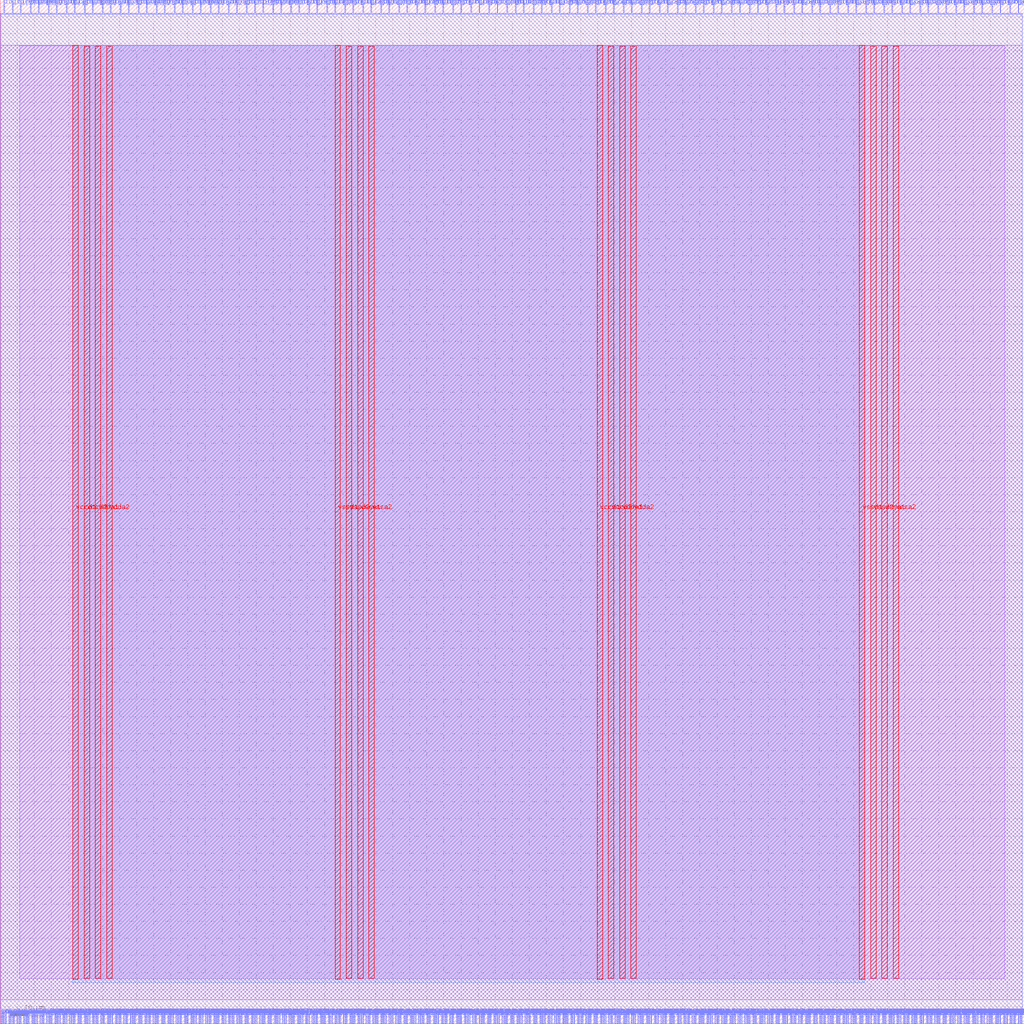
<source format=lef>
VERSION 5.7 ;
  NOWIREEXTENSIONATPIN ON ;
  DIVIDERCHAR "/" ;
  BUSBITCHARS "[]" ;
MACRO user_proj_example
  CLASS BLOCK ;
  FOREIGN user_proj_example ;
  ORIGIN 0.000 0.000 ;
  SIZE 300.000 BY 300.000 ;
  PIN io_in[0]
    DIRECTION INPUT ;
    USE SIGNAL ;
    PORT
      LAYER met2 ;
        RECT 1.060 296.000 1.340 300.000 ;
    END
  END io_in[0]
  PIN io_in[10]
    DIRECTION INPUT ;
    USE SIGNAL ;
    PORT
      LAYER met2 ;
        RECT 79.780 296.000 80.060 300.000 ;
    END
  END io_in[10]
  PIN io_in[11]
    DIRECTION INPUT ;
    USE SIGNAL ;
    PORT
      LAYER met2 ;
        RECT 87.460 296.000 87.740 300.000 ;
    END
  END io_in[11]
  PIN io_in[12]
    DIRECTION INPUT ;
    USE SIGNAL ;
    PORT
      LAYER met2 ;
        RECT 95.620 296.000 95.900 300.000 ;
    END
  END io_in[12]
  PIN io_in[13]
    DIRECTION INPUT ;
    USE SIGNAL ;
    PORT
      LAYER met2 ;
        RECT 103.300 296.000 103.580 300.000 ;
    END
  END io_in[13]
  PIN io_in[14]
    DIRECTION INPUT ;
    USE SIGNAL ;
    PORT
      LAYER met2 ;
        RECT 111.460 296.000 111.740 300.000 ;
    END
  END io_in[14]
  PIN io_in[15]
    DIRECTION INPUT ;
    USE SIGNAL ;
    PORT
      LAYER met2 ;
        RECT 119.140 296.000 119.420 300.000 ;
    END
  END io_in[15]
  PIN io_in[16]
    DIRECTION INPUT ;
    USE SIGNAL ;
    PORT
      LAYER met2 ;
        RECT 127.300 296.000 127.580 300.000 ;
    END
  END io_in[16]
  PIN io_in[17]
    DIRECTION INPUT ;
    USE SIGNAL ;
    PORT
      LAYER met2 ;
        RECT 134.980 296.000 135.260 300.000 ;
    END
  END io_in[17]
  PIN io_in[18]
    DIRECTION INPUT ;
    USE SIGNAL ;
    PORT
      LAYER met2 ;
        RECT 143.140 296.000 143.420 300.000 ;
    END
  END io_in[18]
  PIN io_in[19]
    DIRECTION INPUT ;
    USE SIGNAL ;
    PORT
      LAYER met2 ;
        RECT 150.820 296.000 151.100 300.000 ;
    END
  END io_in[19]
  PIN io_in[1]
    DIRECTION INPUT ;
    USE SIGNAL ;
    PORT
      LAYER met2 ;
        RECT 8.740 296.000 9.020 300.000 ;
    END
  END io_in[1]
  PIN io_in[20]
    DIRECTION INPUT ;
    USE SIGNAL ;
    PORT
      LAYER met2 ;
        RECT 158.500 296.000 158.780 300.000 ;
    END
  END io_in[20]
  PIN io_in[21]
    DIRECTION INPUT ;
    USE SIGNAL ;
    PORT
      LAYER met2 ;
        RECT 166.660 296.000 166.940 300.000 ;
    END
  END io_in[21]
  PIN io_in[22]
    DIRECTION INPUT ;
    USE SIGNAL ;
    PORT
      LAYER met2 ;
        RECT 174.340 296.000 174.620 300.000 ;
    END
  END io_in[22]
  PIN io_in[23]
    DIRECTION INPUT ;
    USE SIGNAL ;
    PORT
      LAYER met2 ;
        RECT 182.500 296.000 182.780 300.000 ;
    END
  END io_in[23]
  PIN io_in[24]
    DIRECTION INPUT ;
    USE SIGNAL ;
    PORT
      LAYER met2 ;
        RECT 190.180 296.000 190.460 300.000 ;
    END
  END io_in[24]
  PIN io_in[25]
    DIRECTION INPUT ;
    USE SIGNAL ;
    PORT
      LAYER met2 ;
        RECT 198.340 296.000 198.620 300.000 ;
    END
  END io_in[25]
  PIN io_in[26]
    DIRECTION INPUT ;
    USE SIGNAL ;
    PORT
      LAYER met2 ;
        RECT 206.020 296.000 206.300 300.000 ;
    END
  END io_in[26]
  PIN io_in[27]
    DIRECTION INPUT ;
    USE SIGNAL ;
    PORT
      LAYER met2 ;
        RECT 214.180 296.000 214.460 300.000 ;
    END
  END io_in[27]
  PIN io_in[28]
    DIRECTION INPUT ;
    USE SIGNAL ;
    PORT
      LAYER met2 ;
        RECT 221.860 296.000 222.140 300.000 ;
    END
  END io_in[28]
  PIN io_in[29]
    DIRECTION INPUT ;
    USE SIGNAL ;
    PORT
      LAYER met2 ;
        RECT 229.540 296.000 229.820 300.000 ;
    END
  END io_in[29]
  PIN io_in[2]
    DIRECTION INPUT ;
    USE SIGNAL ;
    PORT
      LAYER met2 ;
        RECT 16.420 296.000 16.700 300.000 ;
    END
  END io_in[2]
  PIN io_in[30]
    DIRECTION INPUT ;
    USE SIGNAL ;
    PORT
      LAYER met2 ;
        RECT 237.700 296.000 237.980 300.000 ;
    END
  END io_in[30]
  PIN io_in[31]
    DIRECTION INPUT ;
    USE SIGNAL ;
    PORT
      LAYER met2 ;
        RECT 245.380 296.000 245.660 300.000 ;
    END
  END io_in[31]
  PIN io_in[32]
    DIRECTION INPUT ;
    USE SIGNAL ;
    PORT
      LAYER met2 ;
        RECT 253.540 296.000 253.820 300.000 ;
    END
  END io_in[32]
  PIN io_in[33]
    DIRECTION INPUT ;
    USE SIGNAL ;
    PORT
      LAYER met2 ;
        RECT 261.220 296.000 261.500 300.000 ;
    END
  END io_in[33]
  PIN io_in[34]
    DIRECTION INPUT ;
    USE SIGNAL ;
    PORT
      LAYER met2 ;
        RECT 269.380 296.000 269.660 300.000 ;
    END
  END io_in[34]
  PIN io_in[35]
    DIRECTION INPUT ;
    USE SIGNAL ;
    PORT
      LAYER met2 ;
        RECT 277.060 296.000 277.340 300.000 ;
    END
  END io_in[35]
  PIN io_in[36]
    DIRECTION INPUT ;
    USE SIGNAL ;
    PORT
      LAYER met2 ;
        RECT 285.220 296.000 285.500 300.000 ;
    END
  END io_in[36]
  PIN io_in[37]
    DIRECTION INPUT ;
    USE SIGNAL ;
    PORT
      LAYER met2 ;
        RECT 292.900 296.000 293.180 300.000 ;
    END
  END io_in[37]
  PIN io_in[3]
    DIRECTION INPUT ;
    USE SIGNAL ;
    PORT
      LAYER met2 ;
        RECT 24.580 296.000 24.860 300.000 ;
    END
  END io_in[3]
  PIN io_in[4]
    DIRECTION INPUT ;
    USE SIGNAL ;
    PORT
      LAYER met2 ;
        RECT 32.260 296.000 32.540 300.000 ;
    END
  END io_in[4]
  PIN io_in[5]
    DIRECTION INPUT ;
    USE SIGNAL ;
    PORT
      LAYER met2 ;
        RECT 40.420 296.000 40.700 300.000 ;
    END
  END io_in[5]
  PIN io_in[6]
    DIRECTION INPUT ;
    USE SIGNAL ;
    PORT
      LAYER met2 ;
        RECT 48.100 296.000 48.380 300.000 ;
    END
  END io_in[6]
  PIN io_in[7]
    DIRECTION INPUT ;
    USE SIGNAL ;
    PORT
      LAYER met2 ;
        RECT 56.260 296.000 56.540 300.000 ;
    END
  END io_in[7]
  PIN io_in[8]
    DIRECTION INPUT ;
    USE SIGNAL ;
    PORT
      LAYER met2 ;
        RECT 63.940 296.000 64.220 300.000 ;
    END
  END io_in[8]
  PIN io_in[9]
    DIRECTION INPUT ;
    USE SIGNAL ;
    PORT
      LAYER met2 ;
        RECT 72.100 296.000 72.380 300.000 ;
    END
  END io_in[9]
  PIN io_oeb[0]
    DIRECTION OUTPUT TRISTATE ;
    USE SIGNAL ;
    PORT
      LAYER met2 ;
        RECT 3.460 296.000 3.740 300.000 ;
    END
  END io_oeb[0]
  PIN io_oeb[10]
    DIRECTION OUTPUT TRISTATE ;
    USE SIGNAL ;
    PORT
      LAYER met2 ;
        RECT 82.180 296.000 82.460 300.000 ;
    END
  END io_oeb[10]
  PIN io_oeb[11]
    DIRECTION OUTPUT TRISTATE ;
    USE SIGNAL ;
    PORT
      LAYER met2 ;
        RECT 90.340 296.000 90.620 300.000 ;
    END
  END io_oeb[11]
  PIN io_oeb[12]
    DIRECTION OUTPUT TRISTATE ;
    USE SIGNAL ;
    PORT
      LAYER met2 ;
        RECT 98.020 296.000 98.300 300.000 ;
    END
  END io_oeb[12]
  PIN io_oeb[13]
    DIRECTION OUTPUT TRISTATE ;
    USE SIGNAL ;
    PORT
      LAYER met2 ;
        RECT 106.180 296.000 106.460 300.000 ;
    END
  END io_oeb[13]
  PIN io_oeb[14]
    DIRECTION OUTPUT TRISTATE ;
    USE SIGNAL ;
    PORT
      LAYER met2 ;
        RECT 113.860 296.000 114.140 300.000 ;
    END
  END io_oeb[14]
  PIN io_oeb[15]
    DIRECTION OUTPUT TRISTATE ;
    USE SIGNAL ;
    PORT
      LAYER met2 ;
        RECT 122.020 296.000 122.300 300.000 ;
    END
  END io_oeb[15]
  PIN io_oeb[16]
    DIRECTION OUTPUT TRISTATE ;
    USE SIGNAL ;
    PORT
      LAYER met2 ;
        RECT 129.700 296.000 129.980 300.000 ;
    END
  END io_oeb[16]
  PIN io_oeb[17]
    DIRECTION OUTPUT TRISTATE ;
    USE SIGNAL ;
    PORT
      LAYER met2 ;
        RECT 137.860 296.000 138.140 300.000 ;
    END
  END io_oeb[17]
  PIN io_oeb[18]
    DIRECTION OUTPUT TRISTATE ;
    USE SIGNAL ;
    PORT
      LAYER met2 ;
        RECT 145.540 296.000 145.820 300.000 ;
    END
  END io_oeb[18]
  PIN io_oeb[19]
    DIRECTION OUTPUT TRISTATE ;
    USE SIGNAL ;
    PORT
      LAYER met2 ;
        RECT 153.220 296.000 153.500 300.000 ;
    END
  END io_oeb[19]
  PIN io_oeb[1]
    DIRECTION OUTPUT TRISTATE ;
    USE SIGNAL ;
    PORT
      LAYER met2 ;
        RECT 11.140 296.000 11.420 300.000 ;
    END
  END io_oeb[1]
  PIN io_oeb[20]
    DIRECTION OUTPUT TRISTATE ;
    USE SIGNAL ;
    PORT
      LAYER met2 ;
        RECT 161.380 296.000 161.660 300.000 ;
    END
  END io_oeb[20]
  PIN io_oeb[21]
    DIRECTION OUTPUT TRISTATE ;
    USE SIGNAL ;
    PORT
      LAYER met2 ;
        RECT 169.060 296.000 169.340 300.000 ;
    END
  END io_oeb[21]
  PIN io_oeb[22]
    DIRECTION OUTPUT TRISTATE ;
    USE SIGNAL ;
    PORT
      LAYER met2 ;
        RECT 177.220 296.000 177.500 300.000 ;
    END
  END io_oeb[22]
  PIN io_oeb[23]
    DIRECTION OUTPUT TRISTATE ;
    USE SIGNAL ;
    PORT
      LAYER met2 ;
        RECT 184.900 296.000 185.180 300.000 ;
    END
  END io_oeb[23]
  PIN io_oeb[24]
    DIRECTION OUTPUT TRISTATE ;
    USE SIGNAL ;
    PORT
      LAYER met2 ;
        RECT 193.060 296.000 193.340 300.000 ;
    END
  END io_oeb[24]
  PIN io_oeb[25]
    DIRECTION OUTPUT TRISTATE ;
    USE SIGNAL ;
    PORT
      LAYER met2 ;
        RECT 200.740 296.000 201.020 300.000 ;
    END
  END io_oeb[25]
  PIN io_oeb[26]
    DIRECTION OUTPUT TRISTATE ;
    USE SIGNAL ;
    PORT
      LAYER met2 ;
        RECT 208.900 296.000 209.180 300.000 ;
    END
  END io_oeb[26]
  PIN io_oeb[27]
    DIRECTION OUTPUT TRISTATE ;
    USE SIGNAL ;
    PORT
      LAYER met2 ;
        RECT 216.580 296.000 216.860 300.000 ;
    END
  END io_oeb[27]
  PIN io_oeb[28]
    DIRECTION OUTPUT TRISTATE ;
    USE SIGNAL ;
    PORT
      LAYER met2 ;
        RECT 224.740 296.000 225.020 300.000 ;
    END
  END io_oeb[28]
  PIN io_oeb[29]
    DIRECTION OUTPUT TRISTATE ;
    USE SIGNAL ;
    PORT
      LAYER met2 ;
        RECT 232.420 296.000 232.700 300.000 ;
    END
  END io_oeb[29]
  PIN io_oeb[2]
    DIRECTION OUTPUT TRISTATE ;
    USE SIGNAL ;
    PORT
      LAYER met2 ;
        RECT 19.300 296.000 19.580 300.000 ;
    END
  END io_oeb[2]
  PIN io_oeb[30]
    DIRECTION OUTPUT TRISTATE ;
    USE SIGNAL ;
    PORT
      LAYER met2 ;
        RECT 240.100 296.000 240.380 300.000 ;
    END
  END io_oeb[30]
  PIN io_oeb[31]
    DIRECTION OUTPUT TRISTATE ;
    USE SIGNAL ;
    PORT
      LAYER met2 ;
        RECT 248.260 296.000 248.540 300.000 ;
    END
  END io_oeb[31]
  PIN io_oeb[32]
    DIRECTION OUTPUT TRISTATE ;
    USE SIGNAL ;
    PORT
      LAYER met2 ;
        RECT 255.940 296.000 256.220 300.000 ;
    END
  END io_oeb[32]
  PIN io_oeb[33]
    DIRECTION OUTPUT TRISTATE ;
    USE SIGNAL ;
    PORT
      LAYER met2 ;
        RECT 264.100 296.000 264.380 300.000 ;
    END
  END io_oeb[33]
  PIN io_oeb[34]
    DIRECTION OUTPUT TRISTATE ;
    USE SIGNAL ;
    PORT
      LAYER met2 ;
        RECT 271.780 296.000 272.060 300.000 ;
    END
  END io_oeb[34]
  PIN io_oeb[35]
    DIRECTION OUTPUT TRISTATE ;
    USE SIGNAL ;
    PORT
      LAYER met2 ;
        RECT 279.940 296.000 280.220 300.000 ;
    END
  END io_oeb[35]
  PIN io_oeb[36]
    DIRECTION OUTPUT TRISTATE ;
    USE SIGNAL ;
    PORT
      LAYER met2 ;
        RECT 287.620 296.000 287.900 300.000 ;
    END
  END io_oeb[36]
  PIN io_oeb[37]
    DIRECTION OUTPUT TRISTATE ;
    USE SIGNAL ;
    PORT
      LAYER met2 ;
        RECT 295.780 296.000 296.060 300.000 ;
    END
  END io_oeb[37]
  PIN io_oeb[3]
    DIRECTION OUTPUT TRISTATE ;
    USE SIGNAL ;
    PORT
      LAYER met2 ;
        RECT 26.980 296.000 27.260 300.000 ;
    END
  END io_oeb[3]
  PIN io_oeb[4]
    DIRECTION OUTPUT TRISTATE ;
    USE SIGNAL ;
    PORT
      LAYER met2 ;
        RECT 35.140 296.000 35.420 300.000 ;
    END
  END io_oeb[4]
  PIN io_oeb[5]
    DIRECTION OUTPUT TRISTATE ;
    USE SIGNAL ;
    PORT
      LAYER met2 ;
        RECT 42.820 296.000 43.100 300.000 ;
    END
  END io_oeb[5]
  PIN io_oeb[6]
    DIRECTION OUTPUT TRISTATE ;
    USE SIGNAL ;
    PORT
      LAYER met2 ;
        RECT 50.980 296.000 51.260 300.000 ;
    END
  END io_oeb[6]
  PIN io_oeb[7]
    DIRECTION OUTPUT TRISTATE ;
    USE SIGNAL ;
    PORT
      LAYER met2 ;
        RECT 58.660 296.000 58.940 300.000 ;
    END
  END io_oeb[7]
  PIN io_oeb[8]
    DIRECTION OUTPUT TRISTATE ;
    USE SIGNAL ;
    PORT
      LAYER met2 ;
        RECT 66.820 296.000 67.100 300.000 ;
    END
  END io_oeb[8]
  PIN io_oeb[9]
    DIRECTION OUTPUT TRISTATE ;
    USE SIGNAL ;
    PORT
      LAYER met2 ;
        RECT 74.500 296.000 74.780 300.000 ;
    END
  END io_oeb[9]
  PIN io_out[0]
    DIRECTION OUTPUT TRISTATE ;
    USE SIGNAL ;
    PORT
      LAYER met2 ;
        RECT 5.860 296.000 6.140 300.000 ;
    END
  END io_out[0]
  PIN io_out[10]
    DIRECTION OUTPUT TRISTATE ;
    USE SIGNAL ;
    PORT
      LAYER met2 ;
        RECT 85.060 296.000 85.340 300.000 ;
    END
  END io_out[10]
  PIN io_out[11]
    DIRECTION OUTPUT TRISTATE ;
    USE SIGNAL ;
    PORT
      LAYER met2 ;
        RECT 92.740 296.000 93.020 300.000 ;
    END
  END io_out[11]
  PIN io_out[12]
    DIRECTION OUTPUT TRISTATE ;
    USE SIGNAL ;
    PORT
      LAYER met2 ;
        RECT 100.900 296.000 101.180 300.000 ;
    END
  END io_out[12]
  PIN io_out[13]
    DIRECTION OUTPUT TRISTATE ;
    USE SIGNAL ;
    PORT
      LAYER met2 ;
        RECT 108.580 296.000 108.860 300.000 ;
    END
  END io_out[13]
  PIN io_out[14]
    DIRECTION OUTPUT TRISTATE ;
    USE SIGNAL ;
    PORT
      LAYER met2 ;
        RECT 116.740 296.000 117.020 300.000 ;
    END
  END io_out[14]
  PIN io_out[15]
    DIRECTION OUTPUT TRISTATE ;
    USE SIGNAL ;
    PORT
      LAYER met2 ;
        RECT 124.420 296.000 124.700 300.000 ;
    END
  END io_out[15]
  PIN io_out[16]
    DIRECTION OUTPUT TRISTATE ;
    USE SIGNAL ;
    PORT
      LAYER met2 ;
        RECT 132.580 296.000 132.860 300.000 ;
    END
  END io_out[16]
  PIN io_out[17]
    DIRECTION OUTPUT TRISTATE ;
    USE SIGNAL ;
    PORT
      LAYER met2 ;
        RECT 140.260 296.000 140.540 300.000 ;
    END
  END io_out[17]
  PIN io_out[18]
    DIRECTION OUTPUT TRISTATE ;
    USE SIGNAL ;
    PORT
      LAYER met2 ;
        RECT 148.420 296.000 148.700 300.000 ;
    END
  END io_out[18]
  PIN io_out[19]
    DIRECTION OUTPUT TRISTATE ;
    USE SIGNAL ;
    PORT
      LAYER met2 ;
        RECT 156.100 296.000 156.380 300.000 ;
    END
  END io_out[19]
  PIN io_out[1]
    DIRECTION OUTPUT TRISTATE ;
    USE SIGNAL ;
    PORT
      LAYER met2 ;
        RECT 14.020 296.000 14.300 300.000 ;
    END
  END io_out[1]
  PIN io_out[20]
    DIRECTION OUTPUT TRISTATE ;
    USE SIGNAL ;
    PORT
      LAYER met2 ;
        RECT 163.780 296.000 164.060 300.000 ;
    END
  END io_out[20]
  PIN io_out[21]
    DIRECTION OUTPUT TRISTATE ;
    USE SIGNAL ;
    PORT
      LAYER met2 ;
        RECT 171.940 296.000 172.220 300.000 ;
    END
  END io_out[21]
  PIN io_out[22]
    DIRECTION OUTPUT TRISTATE ;
    USE SIGNAL ;
    PORT
      LAYER met2 ;
        RECT 179.620 296.000 179.900 300.000 ;
    END
  END io_out[22]
  PIN io_out[23]
    DIRECTION OUTPUT TRISTATE ;
    USE SIGNAL ;
    PORT
      LAYER met2 ;
        RECT 187.780 296.000 188.060 300.000 ;
    END
  END io_out[23]
  PIN io_out[24]
    DIRECTION OUTPUT TRISTATE ;
    USE SIGNAL ;
    PORT
      LAYER met2 ;
        RECT 195.460 296.000 195.740 300.000 ;
    END
  END io_out[24]
  PIN io_out[25]
    DIRECTION OUTPUT TRISTATE ;
    USE SIGNAL ;
    PORT
      LAYER met2 ;
        RECT 203.620 296.000 203.900 300.000 ;
    END
  END io_out[25]
  PIN io_out[26]
    DIRECTION OUTPUT TRISTATE ;
    USE SIGNAL ;
    PORT
      LAYER met2 ;
        RECT 211.300 296.000 211.580 300.000 ;
    END
  END io_out[26]
  PIN io_out[27]
    DIRECTION OUTPUT TRISTATE ;
    USE SIGNAL ;
    PORT
      LAYER met2 ;
        RECT 219.460 296.000 219.740 300.000 ;
    END
  END io_out[27]
  PIN io_out[28]
    DIRECTION OUTPUT TRISTATE ;
    USE SIGNAL ;
    PORT
      LAYER met2 ;
        RECT 227.140 296.000 227.420 300.000 ;
    END
  END io_out[28]
  PIN io_out[29]
    DIRECTION OUTPUT TRISTATE ;
    USE SIGNAL ;
    PORT
      LAYER met2 ;
        RECT 234.820 296.000 235.100 300.000 ;
    END
  END io_out[29]
  PIN io_out[2]
    DIRECTION OUTPUT TRISTATE ;
    USE SIGNAL ;
    PORT
      LAYER met2 ;
        RECT 21.700 296.000 21.980 300.000 ;
    END
  END io_out[2]
  PIN io_out[30]
    DIRECTION OUTPUT TRISTATE ;
    USE SIGNAL ;
    PORT
      LAYER met2 ;
        RECT 242.980 296.000 243.260 300.000 ;
    END
  END io_out[30]
  PIN io_out[31]
    DIRECTION OUTPUT TRISTATE ;
    USE SIGNAL ;
    PORT
      LAYER met2 ;
        RECT 250.660 296.000 250.940 300.000 ;
    END
  END io_out[31]
  PIN io_out[32]
    DIRECTION OUTPUT TRISTATE ;
    USE SIGNAL ;
    PORT
      LAYER met2 ;
        RECT 258.820 296.000 259.100 300.000 ;
    END
  END io_out[32]
  PIN io_out[33]
    DIRECTION OUTPUT TRISTATE ;
    USE SIGNAL ;
    PORT
      LAYER met2 ;
        RECT 266.500 296.000 266.780 300.000 ;
    END
  END io_out[33]
  PIN io_out[34]
    DIRECTION OUTPUT TRISTATE ;
    USE SIGNAL ;
    PORT
      LAYER met2 ;
        RECT 274.660 296.000 274.940 300.000 ;
    END
  END io_out[34]
  PIN io_out[35]
    DIRECTION OUTPUT TRISTATE ;
    USE SIGNAL ;
    PORT
      LAYER met2 ;
        RECT 282.340 296.000 282.620 300.000 ;
    END
  END io_out[35]
  PIN io_out[36]
    DIRECTION OUTPUT TRISTATE ;
    USE SIGNAL ;
    PORT
      LAYER met2 ;
        RECT 290.500 296.000 290.780 300.000 ;
    END
  END io_out[36]
  PIN io_out[37]
    DIRECTION OUTPUT TRISTATE ;
    USE SIGNAL ;
    PORT
      LAYER met2 ;
        RECT 298.180 296.000 298.460 300.000 ;
    END
  END io_out[37]
  PIN io_out[3]
    DIRECTION OUTPUT TRISTATE ;
    USE SIGNAL ;
    PORT
      LAYER met2 ;
        RECT 29.860 296.000 30.140 300.000 ;
    END
  END io_out[3]
  PIN io_out[4]
    DIRECTION OUTPUT TRISTATE ;
    USE SIGNAL ;
    PORT
      LAYER met2 ;
        RECT 37.540 296.000 37.820 300.000 ;
    END
  END io_out[4]
  PIN io_out[5]
    DIRECTION OUTPUT TRISTATE ;
    USE SIGNAL ;
    PORT
      LAYER met2 ;
        RECT 45.700 296.000 45.980 300.000 ;
    END
  END io_out[5]
  PIN io_out[6]
    DIRECTION OUTPUT TRISTATE ;
    USE SIGNAL ;
    PORT
      LAYER met2 ;
        RECT 53.380 296.000 53.660 300.000 ;
    END
  END io_out[6]
  PIN io_out[7]
    DIRECTION OUTPUT TRISTATE ;
    USE SIGNAL ;
    PORT
      LAYER met2 ;
        RECT 61.540 296.000 61.820 300.000 ;
    END
  END io_out[7]
  PIN io_out[8]
    DIRECTION OUTPUT TRISTATE ;
    USE SIGNAL ;
    PORT
      LAYER met2 ;
        RECT 69.220 296.000 69.500 300.000 ;
    END
  END io_out[8]
  PIN io_out[9]
    DIRECTION OUTPUT TRISTATE ;
    USE SIGNAL ;
    PORT
      LAYER met2 ;
        RECT 76.900 296.000 77.180 300.000 ;
    END
  END io_out[9]
  PIN la_data_in[0]
    DIRECTION INPUT ;
    USE SIGNAL ;
    PORT
      LAYER met2 ;
        RECT 64.900 0.000 65.180 4.000 ;
    END
  END la_data_in[0]
  PIN la_data_in[100]
    DIRECTION INPUT ;
    USE SIGNAL ;
    PORT
      LAYER met2 ;
        RECT 248.260 0.000 248.540 4.000 ;
    END
  END la_data_in[100]
  PIN la_data_in[101]
    DIRECTION INPUT ;
    USE SIGNAL ;
    PORT
      LAYER met2 ;
        RECT 250.180 0.000 250.460 4.000 ;
    END
  END la_data_in[101]
  PIN la_data_in[102]
    DIRECTION INPUT ;
    USE SIGNAL ;
    PORT
      LAYER met2 ;
        RECT 252.100 0.000 252.380 4.000 ;
    END
  END la_data_in[102]
  PIN la_data_in[103]
    DIRECTION INPUT ;
    USE SIGNAL ;
    PORT
      LAYER met2 ;
        RECT 254.020 0.000 254.300 4.000 ;
    END
  END la_data_in[103]
  PIN la_data_in[104]
    DIRECTION INPUT ;
    USE SIGNAL ;
    PORT
      LAYER met2 ;
        RECT 255.940 0.000 256.220 4.000 ;
    END
  END la_data_in[104]
  PIN la_data_in[105]
    DIRECTION INPUT ;
    USE SIGNAL ;
    PORT
      LAYER met2 ;
        RECT 257.380 0.000 257.660 4.000 ;
    END
  END la_data_in[105]
  PIN la_data_in[106]
    DIRECTION INPUT ;
    USE SIGNAL ;
    PORT
      LAYER met2 ;
        RECT 259.300 0.000 259.580 4.000 ;
    END
  END la_data_in[106]
  PIN la_data_in[107]
    DIRECTION INPUT ;
    USE SIGNAL ;
    PORT
      LAYER met2 ;
        RECT 261.220 0.000 261.500 4.000 ;
    END
  END la_data_in[107]
  PIN la_data_in[108]
    DIRECTION INPUT ;
    USE SIGNAL ;
    PORT
      LAYER met2 ;
        RECT 263.140 0.000 263.420 4.000 ;
    END
  END la_data_in[108]
  PIN la_data_in[109]
    DIRECTION INPUT ;
    USE SIGNAL ;
    PORT
      LAYER met2 ;
        RECT 265.060 0.000 265.340 4.000 ;
    END
  END la_data_in[109]
  PIN la_data_in[10]
    DIRECTION INPUT ;
    USE SIGNAL ;
    PORT
      LAYER met2 ;
        RECT 83.140 0.000 83.420 4.000 ;
    END
  END la_data_in[10]
  PIN la_data_in[110]
    DIRECTION INPUT ;
    USE SIGNAL ;
    PORT
      LAYER met2 ;
        RECT 266.980 0.000 267.260 4.000 ;
    END
  END la_data_in[110]
  PIN la_data_in[111]
    DIRECTION INPUT ;
    USE SIGNAL ;
    PORT
      LAYER met2 ;
        RECT 268.420 0.000 268.700 4.000 ;
    END
  END la_data_in[111]
  PIN la_data_in[112]
    DIRECTION INPUT ;
    USE SIGNAL ;
    PORT
      LAYER met2 ;
        RECT 270.340 0.000 270.620 4.000 ;
    END
  END la_data_in[112]
  PIN la_data_in[113]
    DIRECTION INPUT ;
    USE SIGNAL ;
    PORT
      LAYER met2 ;
        RECT 272.260 0.000 272.540 4.000 ;
    END
  END la_data_in[113]
  PIN la_data_in[114]
    DIRECTION INPUT ;
    USE SIGNAL ;
    PORT
      LAYER met2 ;
        RECT 274.180 0.000 274.460 4.000 ;
    END
  END la_data_in[114]
  PIN la_data_in[115]
    DIRECTION INPUT ;
    USE SIGNAL ;
    PORT
      LAYER met2 ;
        RECT 276.100 0.000 276.380 4.000 ;
    END
  END la_data_in[115]
  PIN la_data_in[116]
    DIRECTION INPUT ;
    USE SIGNAL ;
    PORT
      LAYER met2 ;
        RECT 278.020 0.000 278.300 4.000 ;
    END
  END la_data_in[116]
  PIN la_data_in[117]
    DIRECTION INPUT ;
    USE SIGNAL ;
    PORT
      LAYER met2 ;
        RECT 279.460 0.000 279.740 4.000 ;
    END
  END la_data_in[117]
  PIN la_data_in[118]
    DIRECTION INPUT ;
    USE SIGNAL ;
    PORT
      LAYER met2 ;
        RECT 281.380 0.000 281.660 4.000 ;
    END
  END la_data_in[118]
  PIN la_data_in[119]
    DIRECTION INPUT ;
    USE SIGNAL ;
    PORT
      LAYER met2 ;
        RECT 283.300 0.000 283.580 4.000 ;
    END
  END la_data_in[119]
  PIN la_data_in[11]
    DIRECTION INPUT ;
    USE SIGNAL ;
    PORT
      LAYER met2 ;
        RECT 85.060 0.000 85.340 4.000 ;
    END
  END la_data_in[11]
  PIN la_data_in[120]
    DIRECTION INPUT ;
    USE SIGNAL ;
    PORT
      LAYER met2 ;
        RECT 285.220 0.000 285.500 4.000 ;
    END
  END la_data_in[120]
  PIN la_data_in[121]
    DIRECTION INPUT ;
    USE SIGNAL ;
    PORT
      LAYER met2 ;
        RECT 287.140 0.000 287.420 4.000 ;
    END
  END la_data_in[121]
  PIN la_data_in[122]
    DIRECTION INPUT ;
    USE SIGNAL ;
    PORT
      LAYER met2 ;
        RECT 289.060 0.000 289.340 4.000 ;
    END
  END la_data_in[122]
  PIN la_data_in[123]
    DIRECTION INPUT ;
    USE SIGNAL ;
    PORT
      LAYER met2 ;
        RECT 290.500 0.000 290.780 4.000 ;
    END
  END la_data_in[123]
  PIN la_data_in[124]
    DIRECTION INPUT ;
    USE SIGNAL ;
    PORT
      LAYER met2 ;
        RECT 292.420 0.000 292.700 4.000 ;
    END
  END la_data_in[124]
  PIN la_data_in[125]
    DIRECTION INPUT ;
    USE SIGNAL ;
    PORT
      LAYER met2 ;
        RECT 294.340 0.000 294.620 4.000 ;
    END
  END la_data_in[125]
  PIN la_data_in[126]
    DIRECTION INPUT ;
    USE SIGNAL ;
    PORT
      LAYER met2 ;
        RECT 296.260 0.000 296.540 4.000 ;
    END
  END la_data_in[126]
  PIN la_data_in[127]
    DIRECTION INPUT ;
    USE SIGNAL ;
    PORT
      LAYER met2 ;
        RECT 298.180 0.000 298.460 4.000 ;
    END
  END la_data_in[127]
  PIN la_data_in[12]
    DIRECTION INPUT ;
    USE SIGNAL ;
    PORT
      LAYER met2 ;
        RECT 86.980 0.000 87.260 4.000 ;
    END
  END la_data_in[12]
  PIN la_data_in[13]
    DIRECTION INPUT ;
    USE SIGNAL ;
    PORT
      LAYER met2 ;
        RECT 88.420 0.000 88.700 4.000 ;
    END
  END la_data_in[13]
  PIN la_data_in[14]
    DIRECTION INPUT ;
    USE SIGNAL ;
    PORT
      LAYER met2 ;
        RECT 90.340 0.000 90.620 4.000 ;
    END
  END la_data_in[14]
  PIN la_data_in[15]
    DIRECTION INPUT ;
    USE SIGNAL ;
    PORT
      LAYER met2 ;
        RECT 92.260 0.000 92.540 4.000 ;
    END
  END la_data_in[15]
  PIN la_data_in[16]
    DIRECTION INPUT ;
    USE SIGNAL ;
    PORT
      LAYER met2 ;
        RECT 94.180 0.000 94.460 4.000 ;
    END
  END la_data_in[16]
  PIN la_data_in[17]
    DIRECTION INPUT ;
    USE SIGNAL ;
    PORT
      LAYER met2 ;
        RECT 96.100 0.000 96.380 4.000 ;
    END
  END la_data_in[17]
  PIN la_data_in[18]
    DIRECTION INPUT ;
    USE SIGNAL ;
    PORT
      LAYER met2 ;
        RECT 98.020 0.000 98.300 4.000 ;
    END
  END la_data_in[18]
  PIN la_data_in[19]
    DIRECTION INPUT ;
    USE SIGNAL ;
    PORT
      LAYER met2 ;
        RECT 99.460 0.000 99.740 4.000 ;
    END
  END la_data_in[19]
  PIN la_data_in[1]
    DIRECTION INPUT ;
    USE SIGNAL ;
    PORT
      LAYER met2 ;
        RECT 66.820 0.000 67.100 4.000 ;
    END
  END la_data_in[1]
  PIN la_data_in[20]
    DIRECTION INPUT ;
    USE SIGNAL ;
    PORT
      LAYER met2 ;
        RECT 101.380 0.000 101.660 4.000 ;
    END
  END la_data_in[20]
  PIN la_data_in[21]
    DIRECTION INPUT ;
    USE SIGNAL ;
    PORT
      LAYER met2 ;
        RECT 103.300 0.000 103.580 4.000 ;
    END
  END la_data_in[21]
  PIN la_data_in[22]
    DIRECTION INPUT ;
    USE SIGNAL ;
    PORT
      LAYER met2 ;
        RECT 105.220 0.000 105.500 4.000 ;
    END
  END la_data_in[22]
  PIN la_data_in[23]
    DIRECTION INPUT ;
    USE SIGNAL ;
    PORT
      LAYER met2 ;
        RECT 107.140 0.000 107.420 4.000 ;
    END
  END la_data_in[23]
  PIN la_data_in[24]
    DIRECTION INPUT ;
    USE SIGNAL ;
    PORT
      LAYER met2 ;
        RECT 109.060 0.000 109.340 4.000 ;
    END
  END la_data_in[24]
  PIN la_data_in[25]
    DIRECTION INPUT ;
    USE SIGNAL ;
    PORT
      LAYER met2 ;
        RECT 110.500 0.000 110.780 4.000 ;
    END
  END la_data_in[25]
  PIN la_data_in[26]
    DIRECTION INPUT ;
    USE SIGNAL ;
    PORT
      LAYER met2 ;
        RECT 112.420 0.000 112.700 4.000 ;
    END
  END la_data_in[26]
  PIN la_data_in[27]
    DIRECTION INPUT ;
    USE SIGNAL ;
    PORT
      LAYER met2 ;
        RECT 114.340 0.000 114.620 4.000 ;
    END
  END la_data_in[27]
  PIN la_data_in[28]
    DIRECTION INPUT ;
    USE SIGNAL ;
    PORT
      LAYER met2 ;
        RECT 116.260 0.000 116.540 4.000 ;
    END
  END la_data_in[28]
  PIN la_data_in[29]
    DIRECTION INPUT ;
    USE SIGNAL ;
    PORT
      LAYER met2 ;
        RECT 118.180 0.000 118.460 4.000 ;
    END
  END la_data_in[29]
  PIN la_data_in[2]
    DIRECTION INPUT ;
    USE SIGNAL ;
    PORT
      LAYER met2 ;
        RECT 68.260 0.000 68.540 4.000 ;
    END
  END la_data_in[2]
  PIN la_data_in[30]
    DIRECTION INPUT ;
    USE SIGNAL ;
    PORT
      LAYER met2 ;
        RECT 120.100 0.000 120.380 4.000 ;
    END
  END la_data_in[30]
  PIN la_data_in[31]
    DIRECTION INPUT ;
    USE SIGNAL ;
    PORT
      LAYER met2 ;
        RECT 121.540 0.000 121.820 4.000 ;
    END
  END la_data_in[31]
  PIN la_data_in[32]
    DIRECTION INPUT ;
    USE SIGNAL ;
    PORT
      LAYER met2 ;
        RECT 123.460 0.000 123.740 4.000 ;
    END
  END la_data_in[32]
  PIN la_data_in[33]
    DIRECTION INPUT ;
    USE SIGNAL ;
    PORT
      LAYER met2 ;
        RECT 125.380 0.000 125.660 4.000 ;
    END
  END la_data_in[33]
  PIN la_data_in[34]
    DIRECTION INPUT ;
    USE SIGNAL ;
    PORT
      LAYER met2 ;
        RECT 127.300 0.000 127.580 4.000 ;
    END
  END la_data_in[34]
  PIN la_data_in[35]
    DIRECTION INPUT ;
    USE SIGNAL ;
    PORT
      LAYER met2 ;
        RECT 129.220 0.000 129.500 4.000 ;
    END
  END la_data_in[35]
  PIN la_data_in[36]
    DIRECTION INPUT ;
    USE SIGNAL ;
    PORT
      LAYER met2 ;
        RECT 130.660 0.000 130.940 4.000 ;
    END
  END la_data_in[36]
  PIN la_data_in[37]
    DIRECTION INPUT ;
    USE SIGNAL ;
    PORT
      LAYER met2 ;
        RECT 132.580 0.000 132.860 4.000 ;
    END
  END la_data_in[37]
  PIN la_data_in[38]
    DIRECTION INPUT ;
    USE SIGNAL ;
    PORT
      LAYER met2 ;
        RECT 134.500 0.000 134.780 4.000 ;
    END
  END la_data_in[38]
  PIN la_data_in[39]
    DIRECTION INPUT ;
    USE SIGNAL ;
    PORT
      LAYER met2 ;
        RECT 136.420 0.000 136.700 4.000 ;
    END
  END la_data_in[39]
  PIN la_data_in[3]
    DIRECTION INPUT ;
    USE SIGNAL ;
    PORT
      LAYER met2 ;
        RECT 70.180 0.000 70.460 4.000 ;
    END
  END la_data_in[3]
  PIN la_data_in[40]
    DIRECTION INPUT ;
    USE SIGNAL ;
    PORT
      LAYER met2 ;
        RECT 138.340 0.000 138.620 4.000 ;
    END
  END la_data_in[40]
  PIN la_data_in[41]
    DIRECTION INPUT ;
    USE SIGNAL ;
    PORT
      LAYER met2 ;
        RECT 140.260 0.000 140.540 4.000 ;
    END
  END la_data_in[41]
  PIN la_data_in[42]
    DIRECTION INPUT ;
    USE SIGNAL ;
    PORT
      LAYER met2 ;
        RECT 141.700 0.000 141.980 4.000 ;
    END
  END la_data_in[42]
  PIN la_data_in[43]
    DIRECTION INPUT ;
    USE SIGNAL ;
    PORT
      LAYER met2 ;
        RECT 143.620 0.000 143.900 4.000 ;
    END
  END la_data_in[43]
  PIN la_data_in[44]
    DIRECTION INPUT ;
    USE SIGNAL ;
    PORT
      LAYER met2 ;
        RECT 145.540 0.000 145.820 4.000 ;
    END
  END la_data_in[44]
  PIN la_data_in[45]
    DIRECTION INPUT ;
    USE SIGNAL ;
    PORT
      LAYER met2 ;
        RECT 147.460 0.000 147.740 4.000 ;
    END
  END la_data_in[45]
  PIN la_data_in[46]
    DIRECTION INPUT ;
    USE SIGNAL ;
    PORT
      LAYER met2 ;
        RECT 149.380 0.000 149.660 4.000 ;
    END
  END la_data_in[46]
  PIN la_data_in[47]
    DIRECTION INPUT ;
    USE SIGNAL ;
    PORT
      LAYER met2 ;
        RECT 151.300 0.000 151.580 4.000 ;
    END
  END la_data_in[47]
  PIN la_data_in[48]
    DIRECTION INPUT ;
    USE SIGNAL ;
    PORT
      LAYER met2 ;
        RECT 152.740 0.000 153.020 4.000 ;
    END
  END la_data_in[48]
  PIN la_data_in[49]
    DIRECTION INPUT ;
    USE SIGNAL ;
    PORT
      LAYER met2 ;
        RECT 154.660 0.000 154.940 4.000 ;
    END
  END la_data_in[49]
  PIN la_data_in[4]
    DIRECTION INPUT ;
    USE SIGNAL ;
    PORT
      LAYER met2 ;
        RECT 72.100 0.000 72.380 4.000 ;
    END
  END la_data_in[4]
  PIN la_data_in[50]
    DIRECTION INPUT ;
    USE SIGNAL ;
    PORT
      LAYER met2 ;
        RECT 156.580 0.000 156.860 4.000 ;
    END
  END la_data_in[50]
  PIN la_data_in[51]
    DIRECTION INPUT ;
    USE SIGNAL ;
    PORT
      LAYER met2 ;
        RECT 158.500 0.000 158.780 4.000 ;
    END
  END la_data_in[51]
  PIN la_data_in[52]
    DIRECTION INPUT ;
    USE SIGNAL ;
    PORT
      LAYER met2 ;
        RECT 160.420 0.000 160.700 4.000 ;
    END
  END la_data_in[52]
  PIN la_data_in[53]
    DIRECTION INPUT ;
    USE SIGNAL ;
    PORT
      LAYER met2 ;
        RECT 162.340 0.000 162.620 4.000 ;
    END
  END la_data_in[53]
  PIN la_data_in[54]
    DIRECTION INPUT ;
    USE SIGNAL ;
    PORT
      LAYER met2 ;
        RECT 163.780 0.000 164.060 4.000 ;
    END
  END la_data_in[54]
  PIN la_data_in[55]
    DIRECTION INPUT ;
    USE SIGNAL ;
    PORT
      LAYER met2 ;
        RECT 165.700 0.000 165.980 4.000 ;
    END
  END la_data_in[55]
  PIN la_data_in[56]
    DIRECTION INPUT ;
    USE SIGNAL ;
    PORT
      LAYER met2 ;
        RECT 167.620 0.000 167.900 4.000 ;
    END
  END la_data_in[56]
  PIN la_data_in[57]
    DIRECTION INPUT ;
    USE SIGNAL ;
    PORT
      LAYER met2 ;
        RECT 169.540 0.000 169.820 4.000 ;
    END
  END la_data_in[57]
  PIN la_data_in[58]
    DIRECTION INPUT ;
    USE SIGNAL ;
    PORT
      LAYER met2 ;
        RECT 171.460 0.000 171.740 4.000 ;
    END
  END la_data_in[58]
  PIN la_data_in[59]
    DIRECTION INPUT ;
    USE SIGNAL ;
    PORT
      LAYER met2 ;
        RECT 172.900 0.000 173.180 4.000 ;
    END
  END la_data_in[59]
  PIN la_data_in[5]
    DIRECTION INPUT ;
    USE SIGNAL ;
    PORT
      LAYER met2 ;
        RECT 74.020 0.000 74.300 4.000 ;
    END
  END la_data_in[5]
  PIN la_data_in[60]
    DIRECTION INPUT ;
    USE SIGNAL ;
    PORT
      LAYER met2 ;
        RECT 174.820 0.000 175.100 4.000 ;
    END
  END la_data_in[60]
  PIN la_data_in[61]
    DIRECTION INPUT ;
    USE SIGNAL ;
    PORT
      LAYER met2 ;
        RECT 176.740 0.000 177.020 4.000 ;
    END
  END la_data_in[61]
  PIN la_data_in[62]
    DIRECTION INPUT ;
    USE SIGNAL ;
    PORT
      LAYER met2 ;
        RECT 178.660 0.000 178.940 4.000 ;
    END
  END la_data_in[62]
  PIN la_data_in[63]
    DIRECTION INPUT ;
    USE SIGNAL ;
    PORT
      LAYER met2 ;
        RECT 180.580 0.000 180.860 4.000 ;
    END
  END la_data_in[63]
  PIN la_data_in[64]
    DIRECTION INPUT ;
    USE SIGNAL ;
    PORT
      LAYER met2 ;
        RECT 182.500 0.000 182.780 4.000 ;
    END
  END la_data_in[64]
  PIN la_data_in[65]
    DIRECTION INPUT ;
    USE SIGNAL ;
    PORT
      LAYER met2 ;
        RECT 183.940 0.000 184.220 4.000 ;
    END
  END la_data_in[65]
  PIN la_data_in[66]
    DIRECTION INPUT ;
    USE SIGNAL ;
    PORT
      LAYER met2 ;
        RECT 185.860 0.000 186.140 4.000 ;
    END
  END la_data_in[66]
  PIN la_data_in[67]
    DIRECTION INPUT ;
    USE SIGNAL ;
    PORT
      LAYER met2 ;
        RECT 187.780 0.000 188.060 4.000 ;
    END
  END la_data_in[67]
  PIN la_data_in[68]
    DIRECTION INPUT ;
    USE SIGNAL ;
    PORT
      LAYER met2 ;
        RECT 189.700 0.000 189.980 4.000 ;
    END
  END la_data_in[68]
  PIN la_data_in[69]
    DIRECTION INPUT ;
    USE SIGNAL ;
    PORT
      LAYER met2 ;
        RECT 191.620 0.000 191.900 4.000 ;
    END
  END la_data_in[69]
  PIN la_data_in[6]
    DIRECTION INPUT ;
    USE SIGNAL ;
    PORT
      LAYER met2 ;
        RECT 75.940 0.000 76.220 4.000 ;
    END
  END la_data_in[6]
  PIN la_data_in[70]
    DIRECTION INPUT ;
    USE SIGNAL ;
    PORT
      LAYER met2 ;
        RECT 193.540 0.000 193.820 4.000 ;
    END
  END la_data_in[70]
  PIN la_data_in[71]
    DIRECTION INPUT ;
    USE SIGNAL ;
    PORT
      LAYER met2 ;
        RECT 194.980 0.000 195.260 4.000 ;
    END
  END la_data_in[71]
  PIN la_data_in[72]
    DIRECTION INPUT ;
    USE SIGNAL ;
    PORT
      LAYER met2 ;
        RECT 196.900 0.000 197.180 4.000 ;
    END
  END la_data_in[72]
  PIN la_data_in[73]
    DIRECTION INPUT ;
    USE SIGNAL ;
    PORT
      LAYER met2 ;
        RECT 198.820 0.000 199.100 4.000 ;
    END
  END la_data_in[73]
  PIN la_data_in[74]
    DIRECTION INPUT ;
    USE SIGNAL ;
    PORT
      LAYER met2 ;
        RECT 200.740 0.000 201.020 4.000 ;
    END
  END la_data_in[74]
  PIN la_data_in[75]
    DIRECTION INPUT ;
    USE SIGNAL ;
    PORT
      LAYER met2 ;
        RECT 202.660 0.000 202.940 4.000 ;
    END
  END la_data_in[75]
  PIN la_data_in[76]
    DIRECTION INPUT ;
    USE SIGNAL ;
    PORT
      LAYER met2 ;
        RECT 204.580 0.000 204.860 4.000 ;
    END
  END la_data_in[76]
  PIN la_data_in[77]
    DIRECTION INPUT ;
    USE SIGNAL ;
    PORT
      LAYER met2 ;
        RECT 206.020 0.000 206.300 4.000 ;
    END
  END la_data_in[77]
  PIN la_data_in[78]
    DIRECTION INPUT ;
    USE SIGNAL ;
    PORT
      LAYER met2 ;
        RECT 207.940 0.000 208.220 4.000 ;
    END
  END la_data_in[78]
  PIN la_data_in[79]
    DIRECTION INPUT ;
    USE SIGNAL ;
    PORT
      LAYER met2 ;
        RECT 209.860 0.000 210.140 4.000 ;
    END
  END la_data_in[79]
  PIN la_data_in[7]
    DIRECTION INPUT ;
    USE SIGNAL ;
    PORT
      LAYER met2 ;
        RECT 77.380 0.000 77.660 4.000 ;
    END
  END la_data_in[7]
  PIN la_data_in[80]
    DIRECTION INPUT ;
    USE SIGNAL ;
    PORT
      LAYER met2 ;
        RECT 211.780 0.000 212.060 4.000 ;
    END
  END la_data_in[80]
  PIN la_data_in[81]
    DIRECTION INPUT ;
    USE SIGNAL ;
    PORT
      LAYER met2 ;
        RECT 213.700 0.000 213.980 4.000 ;
    END
  END la_data_in[81]
  PIN la_data_in[82]
    DIRECTION INPUT ;
    USE SIGNAL ;
    PORT
      LAYER met2 ;
        RECT 215.140 0.000 215.420 4.000 ;
    END
  END la_data_in[82]
  PIN la_data_in[83]
    DIRECTION INPUT ;
    USE SIGNAL ;
    PORT
      LAYER met2 ;
        RECT 217.060 0.000 217.340 4.000 ;
    END
  END la_data_in[83]
  PIN la_data_in[84]
    DIRECTION INPUT ;
    USE SIGNAL ;
    PORT
      LAYER met2 ;
        RECT 218.980 0.000 219.260 4.000 ;
    END
  END la_data_in[84]
  PIN la_data_in[85]
    DIRECTION INPUT ;
    USE SIGNAL ;
    PORT
      LAYER met2 ;
        RECT 220.900 0.000 221.180 4.000 ;
    END
  END la_data_in[85]
  PIN la_data_in[86]
    DIRECTION INPUT ;
    USE SIGNAL ;
    PORT
      LAYER met2 ;
        RECT 222.820 0.000 223.100 4.000 ;
    END
  END la_data_in[86]
  PIN la_data_in[87]
    DIRECTION INPUT ;
    USE SIGNAL ;
    PORT
      LAYER met2 ;
        RECT 224.740 0.000 225.020 4.000 ;
    END
  END la_data_in[87]
  PIN la_data_in[88]
    DIRECTION INPUT ;
    USE SIGNAL ;
    PORT
      LAYER met2 ;
        RECT 226.180 0.000 226.460 4.000 ;
    END
  END la_data_in[88]
  PIN la_data_in[89]
    DIRECTION INPUT ;
    USE SIGNAL ;
    PORT
      LAYER met2 ;
        RECT 228.100 0.000 228.380 4.000 ;
    END
  END la_data_in[89]
  PIN la_data_in[8]
    DIRECTION INPUT ;
    USE SIGNAL ;
    PORT
      LAYER met2 ;
        RECT 79.300 0.000 79.580 4.000 ;
    END
  END la_data_in[8]
  PIN la_data_in[90]
    DIRECTION INPUT ;
    USE SIGNAL ;
    PORT
      LAYER met2 ;
        RECT 230.020 0.000 230.300 4.000 ;
    END
  END la_data_in[90]
  PIN la_data_in[91]
    DIRECTION INPUT ;
    USE SIGNAL ;
    PORT
      LAYER met2 ;
        RECT 231.940 0.000 232.220 4.000 ;
    END
  END la_data_in[91]
  PIN la_data_in[92]
    DIRECTION INPUT ;
    USE SIGNAL ;
    PORT
      LAYER met2 ;
        RECT 233.860 0.000 234.140 4.000 ;
    END
  END la_data_in[92]
  PIN la_data_in[93]
    DIRECTION INPUT ;
    USE SIGNAL ;
    PORT
      LAYER met2 ;
        RECT 235.780 0.000 236.060 4.000 ;
    END
  END la_data_in[93]
  PIN la_data_in[94]
    DIRECTION INPUT ;
    USE SIGNAL ;
    PORT
      LAYER met2 ;
        RECT 237.220 0.000 237.500 4.000 ;
    END
  END la_data_in[94]
  PIN la_data_in[95]
    DIRECTION INPUT ;
    USE SIGNAL ;
    PORT
      LAYER met2 ;
        RECT 239.140 0.000 239.420 4.000 ;
    END
  END la_data_in[95]
  PIN la_data_in[96]
    DIRECTION INPUT ;
    USE SIGNAL ;
    PORT
      LAYER met2 ;
        RECT 241.060 0.000 241.340 4.000 ;
    END
  END la_data_in[96]
  PIN la_data_in[97]
    DIRECTION INPUT ;
    USE SIGNAL ;
    PORT
      LAYER met2 ;
        RECT 242.980 0.000 243.260 4.000 ;
    END
  END la_data_in[97]
  PIN la_data_in[98]
    DIRECTION INPUT ;
    USE SIGNAL ;
    PORT
      LAYER met2 ;
        RECT 244.900 0.000 245.180 4.000 ;
    END
  END la_data_in[98]
  PIN la_data_in[99]
    DIRECTION INPUT ;
    USE SIGNAL ;
    PORT
      LAYER met2 ;
        RECT 246.820 0.000 247.100 4.000 ;
    END
  END la_data_in[99]
  PIN la_data_in[9]
    DIRECTION INPUT ;
    USE SIGNAL ;
    PORT
      LAYER met2 ;
        RECT 81.220 0.000 81.500 4.000 ;
    END
  END la_data_in[9]
  PIN la_data_out[0]
    DIRECTION OUTPUT TRISTATE ;
    USE SIGNAL ;
    PORT
      LAYER met2 ;
        RECT 65.380 0.000 65.660 4.000 ;
    END
  END la_data_out[0]
  PIN la_data_out[100]
    DIRECTION OUTPUT TRISTATE ;
    USE SIGNAL ;
    PORT
      LAYER met2 ;
        RECT 249.220 0.000 249.500 4.000 ;
    END
  END la_data_out[100]
  PIN la_data_out[101]
    DIRECTION OUTPUT TRISTATE ;
    USE SIGNAL ;
    PORT
      LAYER met2 ;
        RECT 250.660 0.000 250.940 4.000 ;
    END
  END la_data_out[101]
  PIN la_data_out[102]
    DIRECTION OUTPUT TRISTATE ;
    USE SIGNAL ;
    PORT
      LAYER met2 ;
        RECT 252.580 0.000 252.860 4.000 ;
    END
  END la_data_out[102]
  PIN la_data_out[103]
    DIRECTION OUTPUT TRISTATE ;
    USE SIGNAL ;
    PORT
      LAYER met2 ;
        RECT 254.500 0.000 254.780 4.000 ;
    END
  END la_data_out[103]
  PIN la_data_out[104]
    DIRECTION OUTPUT TRISTATE ;
    USE SIGNAL ;
    PORT
      LAYER met2 ;
        RECT 256.420 0.000 256.700 4.000 ;
    END
  END la_data_out[104]
  PIN la_data_out[105]
    DIRECTION OUTPUT TRISTATE ;
    USE SIGNAL ;
    PORT
      LAYER met2 ;
        RECT 258.340 0.000 258.620 4.000 ;
    END
  END la_data_out[105]
  PIN la_data_out[106]
    DIRECTION OUTPUT TRISTATE ;
    USE SIGNAL ;
    PORT
      LAYER met2 ;
        RECT 260.260 0.000 260.540 4.000 ;
    END
  END la_data_out[106]
  PIN la_data_out[107]
    DIRECTION OUTPUT TRISTATE ;
    USE SIGNAL ;
    PORT
      LAYER met2 ;
        RECT 261.700 0.000 261.980 4.000 ;
    END
  END la_data_out[107]
  PIN la_data_out[108]
    DIRECTION OUTPUT TRISTATE ;
    USE SIGNAL ;
    PORT
      LAYER met2 ;
        RECT 263.620 0.000 263.900 4.000 ;
    END
  END la_data_out[108]
  PIN la_data_out[109]
    DIRECTION OUTPUT TRISTATE ;
    USE SIGNAL ;
    PORT
      LAYER met2 ;
        RECT 265.540 0.000 265.820 4.000 ;
    END
  END la_data_out[109]
  PIN la_data_out[10]
    DIRECTION OUTPUT TRISTATE ;
    USE SIGNAL ;
    PORT
      LAYER met2 ;
        RECT 83.620 0.000 83.900 4.000 ;
    END
  END la_data_out[10]
  PIN la_data_out[110]
    DIRECTION OUTPUT TRISTATE ;
    USE SIGNAL ;
    PORT
      LAYER met2 ;
        RECT 267.460 0.000 267.740 4.000 ;
    END
  END la_data_out[110]
  PIN la_data_out[111]
    DIRECTION OUTPUT TRISTATE ;
    USE SIGNAL ;
    PORT
      LAYER met2 ;
        RECT 269.380 0.000 269.660 4.000 ;
    END
  END la_data_out[111]
  PIN la_data_out[112]
    DIRECTION OUTPUT TRISTATE ;
    USE SIGNAL ;
    PORT
      LAYER met2 ;
        RECT 271.300 0.000 271.580 4.000 ;
    END
  END la_data_out[112]
  PIN la_data_out[113]
    DIRECTION OUTPUT TRISTATE ;
    USE SIGNAL ;
    PORT
      LAYER met2 ;
        RECT 272.740 0.000 273.020 4.000 ;
    END
  END la_data_out[113]
  PIN la_data_out[114]
    DIRECTION OUTPUT TRISTATE ;
    USE SIGNAL ;
    PORT
      LAYER met2 ;
        RECT 274.660 0.000 274.940 4.000 ;
    END
  END la_data_out[114]
  PIN la_data_out[115]
    DIRECTION OUTPUT TRISTATE ;
    USE SIGNAL ;
    PORT
      LAYER met2 ;
        RECT 276.580 0.000 276.860 4.000 ;
    END
  END la_data_out[115]
  PIN la_data_out[116]
    DIRECTION OUTPUT TRISTATE ;
    USE SIGNAL ;
    PORT
      LAYER met2 ;
        RECT 278.500 0.000 278.780 4.000 ;
    END
  END la_data_out[116]
  PIN la_data_out[117]
    DIRECTION OUTPUT TRISTATE ;
    USE SIGNAL ;
    PORT
      LAYER met2 ;
        RECT 280.420 0.000 280.700 4.000 ;
    END
  END la_data_out[117]
  PIN la_data_out[118]
    DIRECTION OUTPUT TRISTATE ;
    USE SIGNAL ;
    PORT
      LAYER met2 ;
        RECT 282.340 0.000 282.620 4.000 ;
    END
  END la_data_out[118]
  PIN la_data_out[119]
    DIRECTION OUTPUT TRISTATE ;
    USE SIGNAL ;
    PORT
      LAYER met2 ;
        RECT 283.780 0.000 284.060 4.000 ;
    END
  END la_data_out[119]
  PIN la_data_out[11]
    DIRECTION OUTPUT TRISTATE ;
    USE SIGNAL ;
    PORT
      LAYER met2 ;
        RECT 85.540 0.000 85.820 4.000 ;
    END
  END la_data_out[11]
  PIN la_data_out[120]
    DIRECTION OUTPUT TRISTATE ;
    USE SIGNAL ;
    PORT
      LAYER met2 ;
        RECT 285.700 0.000 285.980 4.000 ;
    END
  END la_data_out[120]
  PIN la_data_out[121]
    DIRECTION OUTPUT TRISTATE ;
    USE SIGNAL ;
    PORT
      LAYER met2 ;
        RECT 287.620 0.000 287.900 4.000 ;
    END
  END la_data_out[121]
  PIN la_data_out[122]
    DIRECTION OUTPUT TRISTATE ;
    USE SIGNAL ;
    PORT
      LAYER met2 ;
        RECT 289.540 0.000 289.820 4.000 ;
    END
  END la_data_out[122]
  PIN la_data_out[123]
    DIRECTION OUTPUT TRISTATE ;
    USE SIGNAL ;
    PORT
      LAYER met2 ;
        RECT 291.460 0.000 291.740 4.000 ;
    END
  END la_data_out[123]
  PIN la_data_out[124]
    DIRECTION OUTPUT TRISTATE ;
    USE SIGNAL ;
    PORT
      LAYER met2 ;
        RECT 292.900 0.000 293.180 4.000 ;
    END
  END la_data_out[124]
  PIN la_data_out[125]
    DIRECTION OUTPUT TRISTATE ;
    USE SIGNAL ;
    PORT
      LAYER met2 ;
        RECT 294.820 0.000 295.100 4.000 ;
    END
  END la_data_out[125]
  PIN la_data_out[126]
    DIRECTION OUTPUT TRISTATE ;
    USE SIGNAL ;
    PORT
      LAYER met2 ;
        RECT 296.740 0.000 297.020 4.000 ;
    END
  END la_data_out[126]
  PIN la_data_out[127]
    DIRECTION OUTPUT TRISTATE ;
    USE SIGNAL ;
    PORT
      LAYER met2 ;
        RECT 298.660 0.000 298.940 4.000 ;
    END
  END la_data_out[127]
  PIN la_data_out[12]
    DIRECTION OUTPUT TRISTATE ;
    USE SIGNAL ;
    PORT
      LAYER met2 ;
        RECT 87.460 0.000 87.740 4.000 ;
    END
  END la_data_out[12]
  PIN la_data_out[13]
    DIRECTION OUTPUT TRISTATE ;
    USE SIGNAL ;
    PORT
      LAYER met2 ;
        RECT 89.380 0.000 89.660 4.000 ;
    END
  END la_data_out[13]
  PIN la_data_out[14]
    DIRECTION OUTPUT TRISTATE ;
    USE SIGNAL ;
    PORT
      LAYER met2 ;
        RECT 91.300 0.000 91.580 4.000 ;
    END
  END la_data_out[14]
  PIN la_data_out[15]
    DIRECTION OUTPUT TRISTATE ;
    USE SIGNAL ;
    PORT
      LAYER met2 ;
        RECT 92.740 0.000 93.020 4.000 ;
    END
  END la_data_out[15]
  PIN la_data_out[16]
    DIRECTION OUTPUT TRISTATE ;
    USE SIGNAL ;
    PORT
      LAYER met2 ;
        RECT 94.660 0.000 94.940 4.000 ;
    END
  END la_data_out[16]
  PIN la_data_out[17]
    DIRECTION OUTPUT TRISTATE ;
    USE SIGNAL ;
    PORT
      LAYER met2 ;
        RECT 96.580 0.000 96.860 4.000 ;
    END
  END la_data_out[17]
  PIN la_data_out[18]
    DIRECTION OUTPUT TRISTATE ;
    USE SIGNAL ;
    PORT
      LAYER met2 ;
        RECT 98.500 0.000 98.780 4.000 ;
    END
  END la_data_out[18]
  PIN la_data_out[19]
    DIRECTION OUTPUT TRISTATE ;
    USE SIGNAL ;
    PORT
      LAYER met2 ;
        RECT 100.420 0.000 100.700 4.000 ;
    END
  END la_data_out[19]
  PIN la_data_out[1]
    DIRECTION OUTPUT TRISTATE ;
    USE SIGNAL ;
    PORT
      LAYER met2 ;
        RECT 67.300 0.000 67.580 4.000 ;
    END
  END la_data_out[1]
  PIN la_data_out[20]
    DIRECTION OUTPUT TRISTATE ;
    USE SIGNAL ;
    PORT
      LAYER met2 ;
        RECT 102.340 0.000 102.620 4.000 ;
    END
  END la_data_out[20]
  PIN la_data_out[21]
    DIRECTION OUTPUT TRISTATE ;
    USE SIGNAL ;
    PORT
      LAYER met2 ;
        RECT 103.780 0.000 104.060 4.000 ;
    END
  END la_data_out[21]
  PIN la_data_out[22]
    DIRECTION OUTPUT TRISTATE ;
    USE SIGNAL ;
    PORT
      LAYER met2 ;
        RECT 105.700 0.000 105.980 4.000 ;
    END
  END la_data_out[22]
  PIN la_data_out[23]
    DIRECTION OUTPUT TRISTATE ;
    USE SIGNAL ;
    PORT
      LAYER met2 ;
        RECT 107.620 0.000 107.900 4.000 ;
    END
  END la_data_out[23]
  PIN la_data_out[24]
    DIRECTION OUTPUT TRISTATE ;
    USE SIGNAL ;
    PORT
      LAYER met2 ;
        RECT 109.540 0.000 109.820 4.000 ;
    END
  END la_data_out[24]
  PIN la_data_out[25]
    DIRECTION OUTPUT TRISTATE ;
    USE SIGNAL ;
    PORT
      LAYER met2 ;
        RECT 111.460 0.000 111.740 4.000 ;
    END
  END la_data_out[25]
  PIN la_data_out[26]
    DIRECTION OUTPUT TRISTATE ;
    USE SIGNAL ;
    PORT
      LAYER met2 ;
        RECT 112.900 0.000 113.180 4.000 ;
    END
  END la_data_out[26]
  PIN la_data_out[27]
    DIRECTION OUTPUT TRISTATE ;
    USE SIGNAL ;
    PORT
      LAYER met2 ;
        RECT 114.820 0.000 115.100 4.000 ;
    END
  END la_data_out[27]
  PIN la_data_out[28]
    DIRECTION OUTPUT TRISTATE ;
    USE SIGNAL ;
    PORT
      LAYER met2 ;
        RECT 116.740 0.000 117.020 4.000 ;
    END
  END la_data_out[28]
  PIN la_data_out[29]
    DIRECTION OUTPUT TRISTATE ;
    USE SIGNAL ;
    PORT
      LAYER met2 ;
        RECT 118.660 0.000 118.940 4.000 ;
    END
  END la_data_out[29]
  PIN la_data_out[2]
    DIRECTION OUTPUT TRISTATE ;
    USE SIGNAL ;
    PORT
      LAYER met2 ;
        RECT 69.220 0.000 69.500 4.000 ;
    END
  END la_data_out[2]
  PIN la_data_out[30]
    DIRECTION OUTPUT TRISTATE ;
    USE SIGNAL ;
    PORT
      LAYER met2 ;
        RECT 120.580 0.000 120.860 4.000 ;
    END
  END la_data_out[30]
  PIN la_data_out[31]
    DIRECTION OUTPUT TRISTATE ;
    USE SIGNAL ;
    PORT
      LAYER met2 ;
        RECT 122.500 0.000 122.780 4.000 ;
    END
  END la_data_out[31]
  PIN la_data_out[32]
    DIRECTION OUTPUT TRISTATE ;
    USE SIGNAL ;
    PORT
      LAYER met2 ;
        RECT 123.940 0.000 124.220 4.000 ;
    END
  END la_data_out[32]
  PIN la_data_out[33]
    DIRECTION OUTPUT TRISTATE ;
    USE SIGNAL ;
    PORT
      LAYER met2 ;
        RECT 125.860 0.000 126.140 4.000 ;
    END
  END la_data_out[33]
  PIN la_data_out[34]
    DIRECTION OUTPUT TRISTATE ;
    USE SIGNAL ;
    PORT
      LAYER met2 ;
        RECT 127.780 0.000 128.060 4.000 ;
    END
  END la_data_out[34]
  PIN la_data_out[35]
    DIRECTION OUTPUT TRISTATE ;
    USE SIGNAL ;
    PORT
      LAYER met2 ;
        RECT 129.700 0.000 129.980 4.000 ;
    END
  END la_data_out[35]
  PIN la_data_out[36]
    DIRECTION OUTPUT TRISTATE ;
    USE SIGNAL ;
    PORT
      LAYER met2 ;
        RECT 131.620 0.000 131.900 4.000 ;
    END
  END la_data_out[36]
  PIN la_data_out[37]
    DIRECTION OUTPUT TRISTATE ;
    USE SIGNAL ;
    PORT
      LAYER met2 ;
        RECT 133.540 0.000 133.820 4.000 ;
    END
  END la_data_out[37]
  PIN la_data_out[38]
    DIRECTION OUTPUT TRISTATE ;
    USE SIGNAL ;
    PORT
      LAYER met2 ;
        RECT 134.980 0.000 135.260 4.000 ;
    END
  END la_data_out[38]
  PIN la_data_out[39]
    DIRECTION OUTPUT TRISTATE ;
    USE SIGNAL ;
    PORT
      LAYER met2 ;
        RECT 136.900 0.000 137.180 4.000 ;
    END
  END la_data_out[39]
  PIN la_data_out[3]
    DIRECTION OUTPUT TRISTATE ;
    USE SIGNAL ;
    PORT
      LAYER met2 ;
        RECT 70.660 0.000 70.940 4.000 ;
    END
  END la_data_out[3]
  PIN la_data_out[40]
    DIRECTION OUTPUT TRISTATE ;
    USE SIGNAL ;
    PORT
      LAYER met2 ;
        RECT 138.820 0.000 139.100 4.000 ;
    END
  END la_data_out[40]
  PIN la_data_out[41]
    DIRECTION OUTPUT TRISTATE ;
    USE SIGNAL ;
    PORT
      LAYER met2 ;
        RECT 140.740 0.000 141.020 4.000 ;
    END
  END la_data_out[41]
  PIN la_data_out[42]
    DIRECTION OUTPUT TRISTATE ;
    USE SIGNAL ;
    PORT
      LAYER met2 ;
        RECT 142.660 0.000 142.940 4.000 ;
    END
  END la_data_out[42]
  PIN la_data_out[43]
    DIRECTION OUTPUT TRISTATE ;
    USE SIGNAL ;
    PORT
      LAYER met2 ;
        RECT 144.580 0.000 144.860 4.000 ;
    END
  END la_data_out[43]
  PIN la_data_out[44]
    DIRECTION OUTPUT TRISTATE ;
    USE SIGNAL ;
    PORT
      LAYER met2 ;
        RECT 146.020 0.000 146.300 4.000 ;
    END
  END la_data_out[44]
  PIN la_data_out[45]
    DIRECTION OUTPUT TRISTATE ;
    USE SIGNAL ;
    PORT
      LAYER met2 ;
        RECT 147.940 0.000 148.220 4.000 ;
    END
  END la_data_out[45]
  PIN la_data_out[46]
    DIRECTION OUTPUT TRISTATE ;
    USE SIGNAL ;
    PORT
      LAYER met2 ;
        RECT 149.860 0.000 150.140 4.000 ;
    END
  END la_data_out[46]
  PIN la_data_out[47]
    DIRECTION OUTPUT TRISTATE ;
    USE SIGNAL ;
    PORT
      LAYER met2 ;
        RECT 151.780 0.000 152.060 4.000 ;
    END
  END la_data_out[47]
  PIN la_data_out[48]
    DIRECTION OUTPUT TRISTATE ;
    USE SIGNAL ;
    PORT
      LAYER met2 ;
        RECT 153.700 0.000 153.980 4.000 ;
    END
  END la_data_out[48]
  PIN la_data_out[49]
    DIRECTION OUTPUT TRISTATE ;
    USE SIGNAL ;
    PORT
      LAYER met2 ;
        RECT 155.140 0.000 155.420 4.000 ;
    END
  END la_data_out[49]
  PIN la_data_out[4]
    DIRECTION OUTPUT TRISTATE ;
    USE SIGNAL ;
    PORT
      LAYER met2 ;
        RECT 72.580 0.000 72.860 4.000 ;
    END
  END la_data_out[4]
  PIN la_data_out[50]
    DIRECTION OUTPUT TRISTATE ;
    USE SIGNAL ;
    PORT
      LAYER met2 ;
        RECT 157.060 0.000 157.340 4.000 ;
    END
  END la_data_out[50]
  PIN la_data_out[51]
    DIRECTION OUTPUT TRISTATE ;
    USE SIGNAL ;
    PORT
      LAYER met2 ;
        RECT 158.980 0.000 159.260 4.000 ;
    END
  END la_data_out[51]
  PIN la_data_out[52]
    DIRECTION OUTPUT TRISTATE ;
    USE SIGNAL ;
    PORT
      LAYER met2 ;
        RECT 160.900 0.000 161.180 4.000 ;
    END
  END la_data_out[52]
  PIN la_data_out[53]
    DIRECTION OUTPUT TRISTATE ;
    USE SIGNAL ;
    PORT
      LAYER met2 ;
        RECT 162.820 0.000 163.100 4.000 ;
    END
  END la_data_out[53]
  PIN la_data_out[54]
    DIRECTION OUTPUT TRISTATE ;
    USE SIGNAL ;
    PORT
      LAYER met2 ;
        RECT 164.740 0.000 165.020 4.000 ;
    END
  END la_data_out[54]
  PIN la_data_out[55]
    DIRECTION OUTPUT TRISTATE ;
    USE SIGNAL ;
    PORT
      LAYER met2 ;
        RECT 166.180 0.000 166.460 4.000 ;
    END
  END la_data_out[55]
  PIN la_data_out[56]
    DIRECTION OUTPUT TRISTATE ;
    USE SIGNAL ;
    PORT
      LAYER met2 ;
        RECT 168.100 0.000 168.380 4.000 ;
    END
  END la_data_out[56]
  PIN la_data_out[57]
    DIRECTION OUTPUT TRISTATE ;
    USE SIGNAL ;
    PORT
      LAYER met2 ;
        RECT 170.020 0.000 170.300 4.000 ;
    END
  END la_data_out[57]
  PIN la_data_out[58]
    DIRECTION OUTPUT TRISTATE ;
    USE SIGNAL ;
    PORT
      LAYER met2 ;
        RECT 171.940 0.000 172.220 4.000 ;
    END
  END la_data_out[58]
  PIN la_data_out[59]
    DIRECTION OUTPUT TRISTATE ;
    USE SIGNAL ;
    PORT
      LAYER met2 ;
        RECT 173.860 0.000 174.140 4.000 ;
    END
  END la_data_out[59]
  PIN la_data_out[5]
    DIRECTION OUTPUT TRISTATE ;
    USE SIGNAL ;
    PORT
      LAYER met2 ;
        RECT 74.500 0.000 74.780 4.000 ;
    END
  END la_data_out[5]
  PIN la_data_out[60]
    DIRECTION OUTPUT TRISTATE ;
    USE SIGNAL ;
    PORT
      LAYER met2 ;
        RECT 175.780 0.000 176.060 4.000 ;
    END
  END la_data_out[60]
  PIN la_data_out[61]
    DIRECTION OUTPUT TRISTATE ;
    USE SIGNAL ;
    PORT
      LAYER met2 ;
        RECT 177.220 0.000 177.500 4.000 ;
    END
  END la_data_out[61]
  PIN la_data_out[62]
    DIRECTION OUTPUT TRISTATE ;
    USE SIGNAL ;
    PORT
      LAYER met2 ;
        RECT 179.140 0.000 179.420 4.000 ;
    END
  END la_data_out[62]
  PIN la_data_out[63]
    DIRECTION OUTPUT TRISTATE ;
    USE SIGNAL ;
    PORT
      LAYER met2 ;
        RECT 181.060 0.000 181.340 4.000 ;
    END
  END la_data_out[63]
  PIN la_data_out[64]
    DIRECTION OUTPUT TRISTATE ;
    USE SIGNAL ;
    PORT
      LAYER met2 ;
        RECT 182.980 0.000 183.260 4.000 ;
    END
  END la_data_out[64]
  PIN la_data_out[65]
    DIRECTION OUTPUT TRISTATE ;
    USE SIGNAL ;
    PORT
      LAYER met2 ;
        RECT 184.900 0.000 185.180 4.000 ;
    END
  END la_data_out[65]
  PIN la_data_out[66]
    DIRECTION OUTPUT TRISTATE ;
    USE SIGNAL ;
    PORT
      LAYER met2 ;
        RECT 186.820 0.000 187.100 4.000 ;
    END
  END la_data_out[66]
  PIN la_data_out[67]
    DIRECTION OUTPUT TRISTATE ;
    USE SIGNAL ;
    PORT
      LAYER met2 ;
        RECT 188.260 0.000 188.540 4.000 ;
    END
  END la_data_out[67]
  PIN la_data_out[68]
    DIRECTION OUTPUT TRISTATE ;
    USE SIGNAL ;
    PORT
      LAYER met2 ;
        RECT 190.180 0.000 190.460 4.000 ;
    END
  END la_data_out[68]
  PIN la_data_out[69]
    DIRECTION OUTPUT TRISTATE ;
    USE SIGNAL ;
    PORT
      LAYER met2 ;
        RECT 192.100 0.000 192.380 4.000 ;
    END
  END la_data_out[69]
  PIN la_data_out[6]
    DIRECTION OUTPUT TRISTATE ;
    USE SIGNAL ;
    PORT
      LAYER met2 ;
        RECT 76.420 0.000 76.700 4.000 ;
    END
  END la_data_out[6]
  PIN la_data_out[70]
    DIRECTION OUTPUT TRISTATE ;
    USE SIGNAL ;
    PORT
      LAYER met2 ;
        RECT 194.020 0.000 194.300 4.000 ;
    END
  END la_data_out[70]
  PIN la_data_out[71]
    DIRECTION OUTPUT TRISTATE ;
    USE SIGNAL ;
    PORT
      LAYER met2 ;
        RECT 195.940 0.000 196.220 4.000 ;
    END
  END la_data_out[71]
  PIN la_data_out[72]
    DIRECTION OUTPUT TRISTATE ;
    USE SIGNAL ;
    PORT
      LAYER met2 ;
        RECT 197.380 0.000 197.660 4.000 ;
    END
  END la_data_out[72]
  PIN la_data_out[73]
    DIRECTION OUTPUT TRISTATE ;
    USE SIGNAL ;
    PORT
      LAYER met2 ;
        RECT 199.300 0.000 199.580 4.000 ;
    END
  END la_data_out[73]
  PIN la_data_out[74]
    DIRECTION OUTPUT TRISTATE ;
    USE SIGNAL ;
    PORT
      LAYER met2 ;
        RECT 201.220 0.000 201.500 4.000 ;
    END
  END la_data_out[74]
  PIN la_data_out[75]
    DIRECTION OUTPUT TRISTATE ;
    USE SIGNAL ;
    PORT
      LAYER met2 ;
        RECT 203.140 0.000 203.420 4.000 ;
    END
  END la_data_out[75]
  PIN la_data_out[76]
    DIRECTION OUTPUT TRISTATE ;
    USE SIGNAL ;
    PORT
      LAYER met2 ;
        RECT 205.060 0.000 205.340 4.000 ;
    END
  END la_data_out[76]
  PIN la_data_out[77]
    DIRECTION OUTPUT TRISTATE ;
    USE SIGNAL ;
    PORT
      LAYER met2 ;
        RECT 206.980 0.000 207.260 4.000 ;
    END
  END la_data_out[77]
  PIN la_data_out[78]
    DIRECTION OUTPUT TRISTATE ;
    USE SIGNAL ;
    PORT
      LAYER met2 ;
        RECT 208.420 0.000 208.700 4.000 ;
    END
  END la_data_out[78]
  PIN la_data_out[79]
    DIRECTION OUTPUT TRISTATE ;
    USE SIGNAL ;
    PORT
      LAYER met2 ;
        RECT 210.340 0.000 210.620 4.000 ;
    END
  END la_data_out[79]
  PIN la_data_out[7]
    DIRECTION OUTPUT TRISTATE ;
    USE SIGNAL ;
    PORT
      LAYER met2 ;
        RECT 78.340 0.000 78.620 4.000 ;
    END
  END la_data_out[7]
  PIN la_data_out[80]
    DIRECTION OUTPUT TRISTATE ;
    USE SIGNAL ;
    PORT
      LAYER met2 ;
        RECT 212.260 0.000 212.540 4.000 ;
    END
  END la_data_out[80]
  PIN la_data_out[81]
    DIRECTION OUTPUT TRISTATE ;
    USE SIGNAL ;
    PORT
      LAYER met2 ;
        RECT 214.180 0.000 214.460 4.000 ;
    END
  END la_data_out[81]
  PIN la_data_out[82]
    DIRECTION OUTPUT TRISTATE ;
    USE SIGNAL ;
    PORT
      LAYER met2 ;
        RECT 216.100 0.000 216.380 4.000 ;
    END
  END la_data_out[82]
  PIN la_data_out[83]
    DIRECTION OUTPUT TRISTATE ;
    USE SIGNAL ;
    PORT
      LAYER met2 ;
        RECT 218.020 0.000 218.300 4.000 ;
    END
  END la_data_out[83]
  PIN la_data_out[84]
    DIRECTION OUTPUT TRISTATE ;
    USE SIGNAL ;
    PORT
      LAYER met2 ;
        RECT 219.460 0.000 219.740 4.000 ;
    END
  END la_data_out[84]
  PIN la_data_out[85]
    DIRECTION OUTPUT TRISTATE ;
    USE SIGNAL ;
    PORT
      LAYER met2 ;
        RECT 221.380 0.000 221.660 4.000 ;
    END
  END la_data_out[85]
  PIN la_data_out[86]
    DIRECTION OUTPUT TRISTATE ;
    USE SIGNAL ;
    PORT
      LAYER met2 ;
        RECT 223.300 0.000 223.580 4.000 ;
    END
  END la_data_out[86]
  PIN la_data_out[87]
    DIRECTION OUTPUT TRISTATE ;
    USE SIGNAL ;
    PORT
      LAYER met2 ;
        RECT 225.220 0.000 225.500 4.000 ;
    END
  END la_data_out[87]
  PIN la_data_out[88]
    DIRECTION OUTPUT TRISTATE ;
    USE SIGNAL ;
    PORT
      LAYER met2 ;
        RECT 227.140 0.000 227.420 4.000 ;
    END
  END la_data_out[88]
  PIN la_data_out[89]
    DIRECTION OUTPUT TRISTATE ;
    USE SIGNAL ;
    PORT
      LAYER met2 ;
        RECT 229.060 0.000 229.340 4.000 ;
    END
  END la_data_out[89]
  PIN la_data_out[8]
    DIRECTION OUTPUT TRISTATE ;
    USE SIGNAL ;
    PORT
      LAYER met2 ;
        RECT 80.260 0.000 80.540 4.000 ;
    END
  END la_data_out[8]
  PIN la_data_out[90]
    DIRECTION OUTPUT TRISTATE ;
    USE SIGNAL ;
    PORT
      LAYER met2 ;
        RECT 230.500 0.000 230.780 4.000 ;
    END
  END la_data_out[90]
  PIN la_data_out[91]
    DIRECTION OUTPUT TRISTATE ;
    USE SIGNAL ;
    PORT
      LAYER met2 ;
        RECT 232.420 0.000 232.700 4.000 ;
    END
  END la_data_out[91]
  PIN la_data_out[92]
    DIRECTION OUTPUT TRISTATE ;
    USE SIGNAL ;
    PORT
      LAYER met2 ;
        RECT 234.340 0.000 234.620 4.000 ;
    END
  END la_data_out[92]
  PIN la_data_out[93]
    DIRECTION OUTPUT TRISTATE ;
    USE SIGNAL ;
    PORT
      LAYER met2 ;
        RECT 236.260 0.000 236.540 4.000 ;
    END
  END la_data_out[93]
  PIN la_data_out[94]
    DIRECTION OUTPUT TRISTATE ;
    USE SIGNAL ;
    PORT
      LAYER met2 ;
        RECT 238.180 0.000 238.460 4.000 ;
    END
  END la_data_out[94]
  PIN la_data_out[95]
    DIRECTION OUTPUT TRISTATE ;
    USE SIGNAL ;
    PORT
      LAYER met2 ;
        RECT 240.100 0.000 240.380 4.000 ;
    END
  END la_data_out[95]
  PIN la_data_out[96]
    DIRECTION OUTPUT TRISTATE ;
    USE SIGNAL ;
    PORT
      LAYER met2 ;
        RECT 241.540 0.000 241.820 4.000 ;
    END
  END la_data_out[96]
  PIN la_data_out[97]
    DIRECTION OUTPUT TRISTATE ;
    USE SIGNAL ;
    PORT
      LAYER met2 ;
        RECT 243.460 0.000 243.740 4.000 ;
    END
  END la_data_out[97]
  PIN la_data_out[98]
    DIRECTION OUTPUT TRISTATE ;
    USE SIGNAL ;
    PORT
      LAYER met2 ;
        RECT 245.380 0.000 245.660 4.000 ;
    END
  END la_data_out[98]
  PIN la_data_out[99]
    DIRECTION OUTPUT TRISTATE ;
    USE SIGNAL ;
    PORT
      LAYER met2 ;
        RECT 247.300 0.000 247.580 4.000 ;
    END
  END la_data_out[99]
  PIN la_data_out[9]
    DIRECTION OUTPUT TRISTATE ;
    USE SIGNAL ;
    PORT
      LAYER met2 ;
        RECT 81.700 0.000 81.980 4.000 ;
    END
  END la_data_out[9]
  PIN la_oen[0]
    DIRECTION INPUT ;
    USE SIGNAL ;
    PORT
      LAYER met2 ;
        RECT 65.860 0.000 66.140 4.000 ;
    END
  END la_oen[0]
  PIN la_oen[100]
    DIRECTION INPUT ;
    USE SIGNAL ;
    PORT
      LAYER met2 ;
        RECT 249.700 0.000 249.980 4.000 ;
    END
  END la_oen[100]
  PIN la_oen[101]
    DIRECTION INPUT ;
    USE SIGNAL ;
    PORT
      LAYER met2 ;
        RECT 251.620 0.000 251.900 4.000 ;
    END
  END la_oen[101]
  PIN la_oen[102]
    DIRECTION INPUT ;
    USE SIGNAL ;
    PORT
      LAYER met2 ;
        RECT 253.540 0.000 253.820 4.000 ;
    END
  END la_oen[102]
  PIN la_oen[103]
    DIRECTION INPUT ;
    USE SIGNAL ;
    PORT
      LAYER met2 ;
        RECT 254.980 0.000 255.260 4.000 ;
    END
  END la_oen[103]
  PIN la_oen[104]
    DIRECTION INPUT ;
    USE SIGNAL ;
    PORT
      LAYER met2 ;
        RECT 256.900 0.000 257.180 4.000 ;
    END
  END la_oen[104]
  PIN la_oen[105]
    DIRECTION INPUT ;
    USE SIGNAL ;
    PORT
      LAYER met2 ;
        RECT 258.820 0.000 259.100 4.000 ;
    END
  END la_oen[105]
  PIN la_oen[106]
    DIRECTION INPUT ;
    USE SIGNAL ;
    PORT
      LAYER met2 ;
        RECT 260.740 0.000 261.020 4.000 ;
    END
  END la_oen[106]
  PIN la_oen[107]
    DIRECTION INPUT ;
    USE SIGNAL ;
    PORT
      LAYER met2 ;
        RECT 262.660 0.000 262.940 4.000 ;
    END
  END la_oen[107]
  PIN la_oen[108]
    DIRECTION INPUT ;
    USE SIGNAL ;
    PORT
      LAYER met2 ;
        RECT 264.580 0.000 264.860 4.000 ;
    END
  END la_oen[108]
  PIN la_oen[109]
    DIRECTION INPUT ;
    USE SIGNAL ;
    PORT
      LAYER met2 ;
        RECT 266.020 0.000 266.300 4.000 ;
    END
  END la_oen[109]
  PIN la_oen[10]
    DIRECTION INPUT ;
    USE SIGNAL ;
    PORT
      LAYER met2 ;
        RECT 84.580 0.000 84.860 4.000 ;
    END
  END la_oen[10]
  PIN la_oen[110]
    DIRECTION INPUT ;
    USE SIGNAL ;
    PORT
      LAYER met2 ;
        RECT 267.940 0.000 268.220 4.000 ;
    END
  END la_oen[110]
  PIN la_oen[111]
    DIRECTION INPUT ;
    USE SIGNAL ;
    PORT
      LAYER met2 ;
        RECT 269.860 0.000 270.140 4.000 ;
    END
  END la_oen[111]
  PIN la_oen[112]
    DIRECTION INPUT ;
    USE SIGNAL ;
    PORT
      LAYER met2 ;
        RECT 271.780 0.000 272.060 4.000 ;
    END
  END la_oen[112]
  PIN la_oen[113]
    DIRECTION INPUT ;
    USE SIGNAL ;
    PORT
      LAYER met2 ;
        RECT 273.700 0.000 273.980 4.000 ;
    END
  END la_oen[113]
  PIN la_oen[114]
    DIRECTION INPUT ;
    USE SIGNAL ;
    PORT
      LAYER met2 ;
        RECT 275.140 0.000 275.420 4.000 ;
    END
  END la_oen[114]
  PIN la_oen[115]
    DIRECTION INPUT ;
    USE SIGNAL ;
    PORT
      LAYER met2 ;
        RECT 277.060 0.000 277.340 4.000 ;
    END
  END la_oen[115]
  PIN la_oen[116]
    DIRECTION INPUT ;
    USE SIGNAL ;
    PORT
      LAYER met2 ;
        RECT 278.980 0.000 279.260 4.000 ;
    END
  END la_oen[116]
  PIN la_oen[117]
    DIRECTION INPUT ;
    USE SIGNAL ;
    PORT
      LAYER met2 ;
        RECT 280.900 0.000 281.180 4.000 ;
    END
  END la_oen[117]
  PIN la_oen[118]
    DIRECTION INPUT ;
    USE SIGNAL ;
    PORT
      LAYER met2 ;
        RECT 282.820 0.000 283.100 4.000 ;
    END
  END la_oen[118]
  PIN la_oen[119]
    DIRECTION INPUT ;
    USE SIGNAL ;
    PORT
      LAYER met2 ;
        RECT 284.740 0.000 285.020 4.000 ;
    END
  END la_oen[119]
  PIN la_oen[11]
    DIRECTION INPUT ;
    USE SIGNAL ;
    PORT
      LAYER met2 ;
        RECT 86.020 0.000 86.300 4.000 ;
    END
  END la_oen[11]
  PIN la_oen[120]
    DIRECTION INPUT ;
    USE SIGNAL ;
    PORT
      LAYER met2 ;
        RECT 286.180 0.000 286.460 4.000 ;
    END
  END la_oen[120]
  PIN la_oen[121]
    DIRECTION INPUT ;
    USE SIGNAL ;
    PORT
      LAYER met2 ;
        RECT 288.100 0.000 288.380 4.000 ;
    END
  END la_oen[121]
  PIN la_oen[122]
    DIRECTION INPUT ;
    USE SIGNAL ;
    PORT
      LAYER met2 ;
        RECT 290.020 0.000 290.300 4.000 ;
    END
  END la_oen[122]
  PIN la_oen[123]
    DIRECTION INPUT ;
    USE SIGNAL ;
    PORT
      LAYER met2 ;
        RECT 291.940 0.000 292.220 4.000 ;
    END
  END la_oen[123]
  PIN la_oen[124]
    DIRECTION INPUT ;
    USE SIGNAL ;
    PORT
      LAYER met2 ;
        RECT 293.860 0.000 294.140 4.000 ;
    END
  END la_oen[124]
  PIN la_oen[125]
    DIRECTION INPUT ;
    USE SIGNAL ;
    PORT
      LAYER met2 ;
        RECT 295.780 0.000 296.060 4.000 ;
    END
  END la_oen[125]
  PIN la_oen[126]
    DIRECTION INPUT ;
    USE SIGNAL ;
    PORT
      LAYER met2 ;
        RECT 297.220 0.000 297.500 4.000 ;
    END
  END la_oen[126]
  PIN la_oen[127]
    DIRECTION INPUT ;
    USE SIGNAL ;
    PORT
      LAYER met2 ;
        RECT 299.140 0.000 299.420 4.000 ;
    END
  END la_oen[127]
  PIN la_oen[12]
    DIRECTION INPUT ;
    USE SIGNAL ;
    PORT
      LAYER met2 ;
        RECT 87.940 0.000 88.220 4.000 ;
    END
  END la_oen[12]
  PIN la_oen[13]
    DIRECTION INPUT ;
    USE SIGNAL ;
    PORT
      LAYER met2 ;
        RECT 89.860 0.000 90.140 4.000 ;
    END
  END la_oen[13]
  PIN la_oen[14]
    DIRECTION INPUT ;
    USE SIGNAL ;
    PORT
      LAYER met2 ;
        RECT 91.780 0.000 92.060 4.000 ;
    END
  END la_oen[14]
  PIN la_oen[15]
    DIRECTION INPUT ;
    USE SIGNAL ;
    PORT
      LAYER met2 ;
        RECT 93.700 0.000 93.980 4.000 ;
    END
  END la_oen[15]
  PIN la_oen[16]
    DIRECTION INPUT ;
    USE SIGNAL ;
    PORT
      LAYER met2 ;
        RECT 95.140 0.000 95.420 4.000 ;
    END
  END la_oen[16]
  PIN la_oen[17]
    DIRECTION INPUT ;
    USE SIGNAL ;
    PORT
      LAYER met2 ;
        RECT 97.060 0.000 97.340 4.000 ;
    END
  END la_oen[17]
  PIN la_oen[18]
    DIRECTION INPUT ;
    USE SIGNAL ;
    PORT
      LAYER met2 ;
        RECT 98.980 0.000 99.260 4.000 ;
    END
  END la_oen[18]
  PIN la_oen[19]
    DIRECTION INPUT ;
    USE SIGNAL ;
    PORT
      LAYER met2 ;
        RECT 100.900 0.000 101.180 4.000 ;
    END
  END la_oen[19]
  PIN la_oen[1]
    DIRECTION INPUT ;
    USE SIGNAL ;
    PORT
      LAYER met2 ;
        RECT 67.780 0.000 68.060 4.000 ;
    END
  END la_oen[1]
  PIN la_oen[20]
    DIRECTION INPUT ;
    USE SIGNAL ;
    PORT
      LAYER met2 ;
        RECT 102.820 0.000 103.100 4.000 ;
    END
  END la_oen[20]
  PIN la_oen[21]
    DIRECTION INPUT ;
    USE SIGNAL ;
    PORT
      LAYER met2 ;
        RECT 104.740 0.000 105.020 4.000 ;
    END
  END la_oen[21]
  PIN la_oen[22]
    DIRECTION INPUT ;
    USE SIGNAL ;
    PORT
      LAYER met2 ;
        RECT 106.180 0.000 106.460 4.000 ;
    END
  END la_oen[22]
  PIN la_oen[23]
    DIRECTION INPUT ;
    USE SIGNAL ;
    PORT
      LAYER met2 ;
        RECT 108.100 0.000 108.380 4.000 ;
    END
  END la_oen[23]
  PIN la_oen[24]
    DIRECTION INPUT ;
    USE SIGNAL ;
    PORT
      LAYER met2 ;
        RECT 110.020 0.000 110.300 4.000 ;
    END
  END la_oen[24]
  PIN la_oen[25]
    DIRECTION INPUT ;
    USE SIGNAL ;
    PORT
      LAYER met2 ;
        RECT 111.940 0.000 112.220 4.000 ;
    END
  END la_oen[25]
  PIN la_oen[26]
    DIRECTION INPUT ;
    USE SIGNAL ;
    PORT
      LAYER met2 ;
        RECT 113.860 0.000 114.140 4.000 ;
    END
  END la_oen[26]
  PIN la_oen[27]
    DIRECTION INPUT ;
    USE SIGNAL ;
    PORT
      LAYER met2 ;
        RECT 115.780 0.000 116.060 4.000 ;
    END
  END la_oen[27]
  PIN la_oen[28]
    DIRECTION INPUT ;
    USE SIGNAL ;
    PORT
      LAYER met2 ;
        RECT 117.220 0.000 117.500 4.000 ;
    END
  END la_oen[28]
  PIN la_oen[29]
    DIRECTION INPUT ;
    USE SIGNAL ;
    PORT
      LAYER met2 ;
        RECT 119.140 0.000 119.420 4.000 ;
    END
  END la_oen[29]
  PIN la_oen[2]
    DIRECTION INPUT ;
    USE SIGNAL ;
    PORT
      LAYER met2 ;
        RECT 69.700 0.000 69.980 4.000 ;
    END
  END la_oen[2]
  PIN la_oen[30]
    DIRECTION INPUT ;
    USE SIGNAL ;
    PORT
      LAYER met2 ;
        RECT 121.060 0.000 121.340 4.000 ;
    END
  END la_oen[30]
  PIN la_oen[31]
    DIRECTION INPUT ;
    USE SIGNAL ;
    PORT
      LAYER met2 ;
        RECT 122.980 0.000 123.260 4.000 ;
    END
  END la_oen[31]
  PIN la_oen[32]
    DIRECTION INPUT ;
    USE SIGNAL ;
    PORT
      LAYER met2 ;
        RECT 124.900 0.000 125.180 4.000 ;
    END
  END la_oen[32]
  PIN la_oen[33]
    DIRECTION INPUT ;
    USE SIGNAL ;
    PORT
      LAYER met2 ;
        RECT 126.820 0.000 127.100 4.000 ;
    END
  END la_oen[33]
  PIN la_oen[34]
    DIRECTION INPUT ;
    USE SIGNAL ;
    PORT
      LAYER met2 ;
        RECT 128.260 0.000 128.540 4.000 ;
    END
  END la_oen[34]
  PIN la_oen[35]
    DIRECTION INPUT ;
    USE SIGNAL ;
    PORT
      LAYER met2 ;
        RECT 130.180 0.000 130.460 4.000 ;
    END
  END la_oen[35]
  PIN la_oen[36]
    DIRECTION INPUT ;
    USE SIGNAL ;
    PORT
      LAYER met2 ;
        RECT 132.100 0.000 132.380 4.000 ;
    END
  END la_oen[36]
  PIN la_oen[37]
    DIRECTION INPUT ;
    USE SIGNAL ;
    PORT
      LAYER met2 ;
        RECT 134.020 0.000 134.300 4.000 ;
    END
  END la_oen[37]
  PIN la_oen[38]
    DIRECTION INPUT ;
    USE SIGNAL ;
    PORT
      LAYER met2 ;
        RECT 135.940 0.000 136.220 4.000 ;
    END
  END la_oen[38]
  PIN la_oen[39]
    DIRECTION INPUT ;
    USE SIGNAL ;
    PORT
      LAYER met2 ;
        RECT 137.380 0.000 137.660 4.000 ;
    END
  END la_oen[39]
  PIN la_oen[3]
    DIRECTION INPUT ;
    USE SIGNAL ;
    PORT
      LAYER met2 ;
        RECT 71.620 0.000 71.900 4.000 ;
    END
  END la_oen[3]
  PIN la_oen[40]
    DIRECTION INPUT ;
    USE SIGNAL ;
    PORT
      LAYER met2 ;
        RECT 139.300 0.000 139.580 4.000 ;
    END
  END la_oen[40]
  PIN la_oen[41]
    DIRECTION INPUT ;
    USE SIGNAL ;
    PORT
      LAYER met2 ;
        RECT 141.220 0.000 141.500 4.000 ;
    END
  END la_oen[41]
  PIN la_oen[42]
    DIRECTION INPUT ;
    USE SIGNAL ;
    PORT
      LAYER met2 ;
        RECT 143.140 0.000 143.420 4.000 ;
    END
  END la_oen[42]
  PIN la_oen[43]
    DIRECTION INPUT ;
    USE SIGNAL ;
    PORT
      LAYER met2 ;
        RECT 145.060 0.000 145.340 4.000 ;
    END
  END la_oen[43]
  PIN la_oen[44]
    DIRECTION INPUT ;
    USE SIGNAL ;
    PORT
      LAYER met2 ;
        RECT 146.980 0.000 147.260 4.000 ;
    END
  END la_oen[44]
  PIN la_oen[45]
    DIRECTION INPUT ;
    USE SIGNAL ;
    PORT
      LAYER met2 ;
        RECT 148.420 0.000 148.700 4.000 ;
    END
  END la_oen[45]
  PIN la_oen[46]
    DIRECTION INPUT ;
    USE SIGNAL ;
    PORT
      LAYER met2 ;
        RECT 150.340 0.000 150.620 4.000 ;
    END
  END la_oen[46]
  PIN la_oen[47]
    DIRECTION INPUT ;
    USE SIGNAL ;
    PORT
      LAYER met2 ;
        RECT 152.260 0.000 152.540 4.000 ;
    END
  END la_oen[47]
  PIN la_oen[48]
    DIRECTION INPUT ;
    USE SIGNAL ;
    PORT
      LAYER met2 ;
        RECT 154.180 0.000 154.460 4.000 ;
    END
  END la_oen[48]
  PIN la_oen[49]
    DIRECTION INPUT ;
    USE SIGNAL ;
    PORT
      LAYER met2 ;
        RECT 156.100 0.000 156.380 4.000 ;
    END
  END la_oen[49]
  PIN la_oen[4]
    DIRECTION INPUT ;
    USE SIGNAL ;
    PORT
      LAYER met2 ;
        RECT 73.540 0.000 73.820 4.000 ;
    END
  END la_oen[4]
  PIN la_oen[50]
    DIRECTION INPUT ;
    USE SIGNAL ;
    PORT
      LAYER met2 ;
        RECT 158.020 0.000 158.300 4.000 ;
    END
  END la_oen[50]
  PIN la_oen[51]
    DIRECTION INPUT ;
    USE SIGNAL ;
    PORT
      LAYER met2 ;
        RECT 159.460 0.000 159.740 4.000 ;
    END
  END la_oen[51]
  PIN la_oen[52]
    DIRECTION INPUT ;
    USE SIGNAL ;
    PORT
      LAYER met2 ;
        RECT 161.380 0.000 161.660 4.000 ;
    END
  END la_oen[52]
  PIN la_oen[53]
    DIRECTION INPUT ;
    USE SIGNAL ;
    PORT
      LAYER met2 ;
        RECT 163.300 0.000 163.580 4.000 ;
    END
  END la_oen[53]
  PIN la_oen[54]
    DIRECTION INPUT ;
    USE SIGNAL ;
    PORT
      LAYER met2 ;
        RECT 165.220 0.000 165.500 4.000 ;
    END
  END la_oen[54]
  PIN la_oen[55]
    DIRECTION INPUT ;
    USE SIGNAL ;
    PORT
      LAYER met2 ;
        RECT 167.140 0.000 167.420 4.000 ;
    END
  END la_oen[55]
  PIN la_oen[56]
    DIRECTION INPUT ;
    USE SIGNAL ;
    PORT
      LAYER met2 ;
        RECT 169.060 0.000 169.340 4.000 ;
    END
  END la_oen[56]
  PIN la_oen[57]
    DIRECTION INPUT ;
    USE SIGNAL ;
    PORT
      LAYER met2 ;
        RECT 170.500 0.000 170.780 4.000 ;
    END
  END la_oen[57]
  PIN la_oen[58]
    DIRECTION INPUT ;
    USE SIGNAL ;
    PORT
      LAYER met2 ;
        RECT 172.420 0.000 172.700 4.000 ;
    END
  END la_oen[58]
  PIN la_oen[59]
    DIRECTION INPUT ;
    USE SIGNAL ;
    PORT
      LAYER met2 ;
        RECT 174.340 0.000 174.620 4.000 ;
    END
  END la_oen[59]
  PIN la_oen[5]
    DIRECTION INPUT ;
    USE SIGNAL ;
    PORT
      LAYER met2 ;
        RECT 74.980 0.000 75.260 4.000 ;
    END
  END la_oen[5]
  PIN la_oen[60]
    DIRECTION INPUT ;
    USE SIGNAL ;
    PORT
      LAYER met2 ;
        RECT 176.260 0.000 176.540 4.000 ;
    END
  END la_oen[60]
  PIN la_oen[61]
    DIRECTION INPUT ;
    USE SIGNAL ;
    PORT
      LAYER met2 ;
        RECT 178.180 0.000 178.460 4.000 ;
    END
  END la_oen[61]
  PIN la_oen[62]
    DIRECTION INPUT ;
    USE SIGNAL ;
    PORT
      LAYER met2 ;
        RECT 180.100 0.000 180.380 4.000 ;
    END
  END la_oen[62]
  PIN la_oen[63]
    DIRECTION INPUT ;
    USE SIGNAL ;
    PORT
      LAYER met2 ;
        RECT 181.540 0.000 181.820 4.000 ;
    END
  END la_oen[63]
  PIN la_oen[64]
    DIRECTION INPUT ;
    USE SIGNAL ;
    PORT
      LAYER met2 ;
        RECT 183.460 0.000 183.740 4.000 ;
    END
  END la_oen[64]
  PIN la_oen[65]
    DIRECTION INPUT ;
    USE SIGNAL ;
    PORT
      LAYER met2 ;
        RECT 185.380 0.000 185.660 4.000 ;
    END
  END la_oen[65]
  PIN la_oen[66]
    DIRECTION INPUT ;
    USE SIGNAL ;
    PORT
      LAYER met2 ;
        RECT 187.300 0.000 187.580 4.000 ;
    END
  END la_oen[66]
  PIN la_oen[67]
    DIRECTION INPUT ;
    USE SIGNAL ;
    PORT
      LAYER met2 ;
        RECT 189.220 0.000 189.500 4.000 ;
    END
  END la_oen[67]
  PIN la_oen[68]
    DIRECTION INPUT ;
    USE SIGNAL ;
    PORT
      LAYER met2 ;
        RECT 190.660 0.000 190.940 4.000 ;
    END
  END la_oen[68]
  PIN la_oen[69]
    DIRECTION INPUT ;
    USE SIGNAL ;
    PORT
      LAYER met2 ;
        RECT 192.580 0.000 192.860 4.000 ;
    END
  END la_oen[69]
  PIN la_oen[6]
    DIRECTION INPUT ;
    USE SIGNAL ;
    PORT
      LAYER met2 ;
        RECT 76.900 0.000 77.180 4.000 ;
    END
  END la_oen[6]
  PIN la_oen[70]
    DIRECTION INPUT ;
    USE SIGNAL ;
    PORT
      LAYER met2 ;
        RECT 194.500 0.000 194.780 4.000 ;
    END
  END la_oen[70]
  PIN la_oen[71]
    DIRECTION INPUT ;
    USE SIGNAL ;
    PORT
      LAYER met2 ;
        RECT 196.420 0.000 196.700 4.000 ;
    END
  END la_oen[71]
  PIN la_oen[72]
    DIRECTION INPUT ;
    USE SIGNAL ;
    PORT
      LAYER met2 ;
        RECT 198.340 0.000 198.620 4.000 ;
    END
  END la_oen[72]
  PIN la_oen[73]
    DIRECTION INPUT ;
    USE SIGNAL ;
    PORT
      LAYER met2 ;
        RECT 200.260 0.000 200.540 4.000 ;
    END
  END la_oen[73]
  PIN la_oen[74]
    DIRECTION INPUT ;
    USE SIGNAL ;
    PORT
      LAYER met2 ;
        RECT 201.700 0.000 201.980 4.000 ;
    END
  END la_oen[74]
  PIN la_oen[75]
    DIRECTION INPUT ;
    USE SIGNAL ;
    PORT
      LAYER met2 ;
        RECT 203.620 0.000 203.900 4.000 ;
    END
  END la_oen[75]
  PIN la_oen[76]
    DIRECTION INPUT ;
    USE SIGNAL ;
    PORT
      LAYER met2 ;
        RECT 205.540 0.000 205.820 4.000 ;
    END
  END la_oen[76]
  PIN la_oen[77]
    DIRECTION INPUT ;
    USE SIGNAL ;
    PORT
      LAYER met2 ;
        RECT 207.460 0.000 207.740 4.000 ;
    END
  END la_oen[77]
  PIN la_oen[78]
    DIRECTION INPUT ;
    USE SIGNAL ;
    PORT
      LAYER met2 ;
        RECT 209.380 0.000 209.660 4.000 ;
    END
  END la_oen[78]
  PIN la_oen[79]
    DIRECTION INPUT ;
    USE SIGNAL ;
    PORT
      LAYER met2 ;
        RECT 211.300 0.000 211.580 4.000 ;
    END
  END la_oen[79]
  PIN la_oen[7]
    DIRECTION INPUT ;
    USE SIGNAL ;
    PORT
      LAYER met2 ;
        RECT 78.820 0.000 79.100 4.000 ;
    END
  END la_oen[7]
  PIN la_oen[80]
    DIRECTION INPUT ;
    USE SIGNAL ;
    PORT
      LAYER met2 ;
        RECT 212.740 0.000 213.020 4.000 ;
    END
  END la_oen[80]
  PIN la_oen[81]
    DIRECTION INPUT ;
    USE SIGNAL ;
    PORT
      LAYER met2 ;
        RECT 214.660 0.000 214.940 4.000 ;
    END
  END la_oen[81]
  PIN la_oen[82]
    DIRECTION INPUT ;
    USE SIGNAL ;
    PORT
      LAYER met2 ;
        RECT 216.580 0.000 216.860 4.000 ;
    END
  END la_oen[82]
  PIN la_oen[83]
    DIRECTION INPUT ;
    USE SIGNAL ;
    PORT
      LAYER met2 ;
        RECT 218.500 0.000 218.780 4.000 ;
    END
  END la_oen[83]
  PIN la_oen[84]
    DIRECTION INPUT ;
    USE SIGNAL ;
    PORT
      LAYER met2 ;
        RECT 220.420 0.000 220.700 4.000 ;
    END
  END la_oen[84]
  PIN la_oen[85]
    DIRECTION INPUT ;
    USE SIGNAL ;
    PORT
      LAYER met2 ;
        RECT 222.340 0.000 222.620 4.000 ;
    END
  END la_oen[85]
  PIN la_oen[86]
    DIRECTION INPUT ;
    USE SIGNAL ;
    PORT
      LAYER met2 ;
        RECT 223.780 0.000 224.060 4.000 ;
    END
  END la_oen[86]
  PIN la_oen[87]
    DIRECTION INPUT ;
    USE SIGNAL ;
    PORT
      LAYER met2 ;
        RECT 225.700 0.000 225.980 4.000 ;
    END
  END la_oen[87]
  PIN la_oen[88]
    DIRECTION INPUT ;
    USE SIGNAL ;
    PORT
      LAYER met2 ;
        RECT 227.620 0.000 227.900 4.000 ;
    END
  END la_oen[88]
  PIN la_oen[89]
    DIRECTION INPUT ;
    USE SIGNAL ;
    PORT
      LAYER met2 ;
        RECT 229.540 0.000 229.820 4.000 ;
    END
  END la_oen[89]
  PIN la_oen[8]
    DIRECTION INPUT ;
    USE SIGNAL ;
    PORT
      LAYER met2 ;
        RECT 80.740 0.000 81.020 4.000 ;
    END
  END la_oen[8]
  PIN la_oen[90]
    DIRECTION INPUT ;
    USE SIGNAL ;
    PORT
      LAYER met2 ;
        RECT 231.460 0.000 231.740 4.000 ;
    END
  END la_oen[90]
  PIN la_oen[91]
    DIRECTION INPUT ;
    USE SIGNAL ;
    PORT
      LAYER met2 ;
        RECT 232.900 0.000 233.180 4.000 ;
    END
  END la_oen[91]
  PIN la_oen[92]
    DIRECTION INPUT ;
    USE SIGNAL ;
    PORT
      LAYER met2 ;
        RECT 234.820 0.000 235.100 4.000 ;
    END
  END la_oen[92]
  PIN la_oen[93]
    DIRECTION INPUT ;
    USE SIGNAL ;
    PORT
      LAYER met2 ;
        RECT 236.740 0.000 237.020 4.000 ;
    END
  END la_oen[93]
  PIN la_oen[94]
    DIRECTION INPUT ;
    USE SIGNAL ;
    PORT
      LAYER met2 ;
        RECT 238.660 0.000 238.940 4.000 ;
    END
  END la_oen[94]
  PIN la_oen[95]
    DIRECTION INPUT ;
    USE SIGNAL ;
    PORT
      LAYER met2 ;
        RECT 240.580 0.000 240.860 4.000 ;
    END
  END la_oen[95]
  PIN la_oen[96]
    DIRECTION INPUT ;
    USE SIGNAL ;
    PORT
      LAYER met2 ;
        RECT 242.500 0.000 242.780 4.000 ;
    END
  END la_oen[96]
  PIN la_oen[97]
    DIRECTION INPUT ;
    USE SIGNAL ;
    PORT
      LAYER met2 ;
        RECT 243.940 0.000 244.220 4.000 ;
    END
  END la_oen[97]
  PIN la_oen[98]
    DIRECTION INPUT ;
    USE SIGNAL ;
    PORT
      LAYER met2 ;
        RECT 245.860 0.000 246.140 4.000 ;
    END
  END la_oen[98]
  PIN la_oen[99]
    DIRECTION INPUT ;
    USE SIGNAL ;
    PORT
      LAYER met2 ;
        RECT 247.780 0.000 248.060 4.000 ;
    END
  END la_oen[99]
  PIN la_oen[9]
    DIRECTION INPUT ;
    USE SIGNAL ;
    PORT
      LAYER met2 ;
        RECT 82.660 0.000 82.940 4.000 ;
    END
  END la_oen[9]
  PIN wb_clk_i
    DIRECTION INPUT ;
    USE SIGNAL ;
    PORT
      LAYER met2 ;
        RECT 0.100 0.000 0.380 4.000 ;
    END
  END wb_clk_i
  PIN wb_rst_i
    DIRECTION INPUT ;
    USE SIGNAL ;
    PORT
      LAYER met2 ;
        RECT 0.580 0.000 0.860 4.000 ;
    END
  END wb_rst_i
  PIN wbs_ack_o
    DIRECTION OUTPUT TRISTATE ;
    USE SIGNAL ;
    PORT
      LAYER met2 ;
        RECT 1.060 0.000 1.340 4.000 ;
    END
  END wbs_ack_o
  PIN wbs_adr_i[0]
    DIRECTION INPUT ;
    USE SIGNAL ;
    PORT
      LAYER met2 ;
        RECT 3.460 0.000 3.740 4.000 ;
    END
  END wbs_adr_i[0]
  PIN wbs_adr_i[10]
    DIRECTION INPUT ;
    USE SIGNAL ;
    PORT
      LAYER met2 ;
        RECT 24.580 0.000 24.860 4.000 ;
    END
  END wbs_adr_i[10]
  PIN wbs_adr_i[11]
    DIRECTION INPUT ;
    USE SIGNAL ;
    PORT
      LAYER met2 ;
        RECT 26.020 0.000 26.300 4.000 ;
    END
  END wbs_adr_i[11]
  PIN wbs_adr_i[12]
    DIRECTION INPUT ;
    USE SIGNAL ;
    PORT
      LAYER met2 ;
        RECT 27.940 0.000 28.220 4.000 ;
    END
  END wbs_adr_i[12]
  PIN wbs_adr_i[13]
    DIRECTION INPUT ;
    USE SIGNAL ;
    PORT
      LAYER met2 ;
        RECT 29.860 0.000 30.140 4.000 ;
    END
  END wbs_adr_i[13]
  PIN wbs_adr_i[14]
    DIRECTION INPUT ;
    USE SIGNAL ;
    PORT
      LAYER met2 ;
        RECT 31.780 0.000 32.060 4.000 ;
    END
  END wbs_adr_i[14]
  PIN wbs_adr_i[15]
    DIRECTION INPUT ;
    USE SIGNAL ;
    PORT
      LAYER met2 ;
        RECT 33.700 0.000 33.980 4.000 ;
    END
  END wbs_adr_i[15]
  PIN wbs_adr_i[16]
    DIRECTION INPUT ;
    USE SIGNAL ;
    PORT
      LAYER met2 ;
        RECT 35.140 0.000 35.420 4.000 ;
    END
  END wbs_adr_i[16]
  PIN wbs_adr_i[17]
    DIRECTION INPUT ;
    USE SIGNAL ;
    PORT
      LAYER met2 ;
        RECT 37.060 0.000 37.340 4.000 ;
    END
  END wbs_adr_i[17]
  PIN wbs_adr_i[18]
    DIRECTION INPUT ;
    USE SIGNAL ;
    PORT
      LAYER met2 ;
        RECT 38.980 0.000 39.260 4.000 ;
    END
  END wbs_adr_i[18]
  PIN wbs_adr_i[19]
    DIRECTION INPUT ;
    USE SIGNAL ;
    PORT
      LAYER met2 ;
        RECT 40.900 0.000 41.180 4.000 ;
    END
  END wbs_adr_i[19]
  PIN wbs_adr_i[1]
    DIRECTION INPUT ;
    USE SIGNAL ;
    PORT
      LAYER met2 ;
        RECT 5.860 0.000 6.140 4.000 ;
    END
  END wbs_adr_i[1]
  PIN wbs_adr_i[20]
    DIRECTION INPUT ;
    USE SIGNAL ;
    PORT
      LAYER met2 ;
        RECT 42.820 0.000 43.100 4.000 ;
    END
  END wbs_adr_i[20]
  PIN wbs_adr_i[21]
    DIRECTION INPUT ;
    USE SIGNAL ;
    PORT
      LAYER met2 ;
        RECT 44.740 0.000 45.020 4.000 ;
    END
  END wbs_adr_i[21]
  PIN wbs_adr_i[22]
    DIRECTION INPUT ;
    USE SIGNAL ;
    PORT
      LAYER met2 ;
        RECT 46.180 0.000 46.460 4.000 ;
    END
  END wbs_adr_i[22]
  PIN wbs_adr_i[23]
    DIRECTION INPUT ;
    USE SIGNAL ;
    PORT
      LAYER met2 ;
        RECT 48.100 0.000 48.380 4.000 ;
    END
  END wbs_adr_i[23]
  PIN wbs_adr_i[24]
    DIRECTION INPUT ;
    USE SIGNAL ;
    PORT
      LAYER met2 ;
        RECT 50.020 0.000 50.300 4.000 ;
    END
  END wbs_adr_i[24]
  PIN wbs_adr_i[25]
    DIRECTION INPUT ;
    USE SIGNAL ;
    PORT
      LAYER met2 ;
        RECT 51.940 0.000 52.220 4.000 ;
    END
  END wbs_adr_i[25]
  PIN wbs_adr_i[26]
    DIRECTION INPUT ;
    USE SIGNAL ;
    PORT
      LAYER met2 ;
        RECT 53.860 0.000 54.140 4.000 ;
    END
  END wbs_adr_i[26]
  PIN wbs_adr_i[27]
    DIRECTION INPUT ;
    USE SIGNAL ;
    PORT
      LAYER met2 ;
        RECT 55.780 0.000 56.060 4.000 ;
    END
  END wbs_adr_i[27]
  PIN wbs_adr_i[28]
    DIRECTION INPUT ;
    USE SIGNAL ;
    PORT
      LAYER met2 ;
        RECT 57.220 0.000 57.500 4.000 ;
    END
  END wbs_adr_i[28]
  PIN wbs_adr_i[29]
    DIRECTION INPUT ;
    USE SIGNAL ;
    PORT
      LAYER met2 ;
        RECT 59.140 0.000 59.420 4.000 ;
    END
  END wbs_adr_i[29]
  PIN wbs_adr_i[2]
    DIRECTION INPUT ;
    USE SIGNAL ;
    PORT
      LAYER met2 ;
        RECT 8.260 0.000 8.540 4.000 ;
    END
  END wbs_adr_i[2]
  PIN wbs_adr_i[30]
    DIRECTION INPUT ;
    USE SIGNAL ;
    PORT
      LAYER met2 ;
        RECT 61.060 0.000 61.340 4.000 ;
    END
  END wbs_adr_i[30]
  PIN wbs_adr_i[31]
    DIRECTION INPUT ;
    USE SIGNAL ;
    PORT
      LAYER met2 ;
        RECT 62.980 0.000 63.260 4.000 ;
    END
  END wbs_adr_i[31]
  PIN wbs_adr_i[3]
    DIRECTION INPUT ;
    USE SIGNAL ;
    PORT
      LAYER met2 ;
        RECT 10.660 0.000 10.940 4.000 ;
    END
  END wbs_adr_i[3]
  PIN wbs_adr_i[4]
    DIRECTION INPUT ;
    USE SIGNAL ;
    PORT
      LAYER met2 ;
        RECT 13.540 0.000 13.820 4.000 ;
    END
  END wbs_adr_i[4]
  PIN wbs_adr_i[5]
    DIRECTION INPUT ;
    USE SIGNAL ;
    PORT
      LAYER met2 ;
        RECT 14.980 0.000 15.260 4.000 ;
    END
  END wbs_adr_i[5]
  PIN wbs_adr_i[6]
    DIRECTION INPUT ;
    USE SIGNAL ;
    PORT
      LAYER met2 ;
        RECT 16.900 0.000 17.180 4.000 ;
    END
  END wbs_adr_i[6]
  PIN wbs_adr_i[7]
    DIRECTION INPUT ;
    USE SIGNAL ;
    PORT
      LAYER met2 ;
        RECT 18.820 0.000 19.100 4.000 ;
    END
  END wbs_adr_i[7]
  PIN wbs_adr_i[8]
    DIRECTION INPUT ;
    USE SIGNAL ;
    PORT
      LAYER met2 ;
        RECT 20.740 0.000 21.020 4.000 ;
    END
  END wbs_adr_i[8]
  PIN wbs_adr_i[9]
    DIRECTION INPUT ;
    USE SIGNAL ;
    PORT
      LAYER met2 ;
        RECT 22.660 0.000 22.940 4.000 ;
    END
  END wbs_adr_i[9]
  PIN wbs_cyc_i
    DIRECTION INPUT ;
    USE SIGNAL ;
    PORT
      LAYER met2 ;
        RECT 1.540 0.000 1.820 4.000 ;
    END
  END wbs_cyc_i
  PIN wbs_dat_i[0]
    DIRECTION INPUT ;
    USE SIGNAL ;
    PORT
      LAYER met2 ;
        RECT 3.940 0.000 4.220 4.000 ;
    END
  END wbs_dat_i[0]
  PIN wbs_dat_i[10]
    DIRECTION INPUT ;
    USE SIGNAL ;
    PORT
      LAYER met2 ;
        RECT 25.060 0.000 25.340 4.000 ;
    END
  END wbs_dat_i[10]
  PIN wbs_dat_i[11]
    DIRECTION INPUT ;
    USE SIGNAL ;
    PORT
      LAYER met2 ;
        RECT 26.980 0.000 27.260 4.000 ;
    END
  END wbs_dat_i[11]
  PIN wbs_dat_i[12]
    DIRECTION INPUT ;
    USE SIGNAL ;
    PORT
      LAYER met2 ;
        RECT 28.420 0.000 28.700 4.000 ;
    END
  END wbs_dat_i[12]
  PIN wbs_dat_i[13]
    DIRECTION INPUT ;
    USE SIGNAL ;
    PORT
      LAYER met2 ;
        RECT 30.340 0.000 30.620 4.000 ;
    END
  END wbs_dat_i[13]
  PIN wbs_dat_i[14]
    DIRECTION INPUT ;
    USE SIGNAL ;
    PORT
      LAYER met2 ;
        RECT 32.260 0.000 32.540 4.000 ;
    END
  END wbs_dat_i[14]
  PIN wbs_dat_i[15]
    DIRECTION INPUT ;
    USE SIGNAL ;
    PORT
      LAYER met2 ;
        RECT 34.180 0.000 34.460 4.000 ;
    END
  END wbs_dat_i[15]
  PIN wbs_dat_i[16]
    DIRECTION INPUT ;
    USE SIGNAL ;
    PORT
      LAYER met2 ;
        RECT 36.100 0.000 36.380 4.000 ;
    END
  END wbs_dat_i[16]
  PIN wbs_dat_i[17]
    DIRECTION INPUT ;
    USE SIGNAL ;
    PORT
      LAYER met2 ;
        RECT 38.020 0.000 38.300 4.000 ;
    END
  END wbs_dat_i[17]
  PIN wbs_dat_i[18]
    DIRECTION INPUT ;
    USE SIGNAL ;
    PORT
      LAYER met2 ;
        RECT 39.460 0.000 39.740 4.000 ;
    END
  END wbs_dat_i[18]
  PIN wbs_dat_i[19]
    DIRECTION INPUT ;
    USE SIGNAL ;
    PORT
      LAYER met2 ;
        RECT 41.380 0.000 41.660 4.000 ;
    END
  END wbs_dat_i[19]
  PIN wbs_dat_i[1]
    DIRECTION INPUT ;
    USE SIGNAL ;
    PORT
      LAYER met2 ;
        RECT 6.820 0.000 7.100 4.000 ;
    END
  END wbs_dat_i[1]
  PIN wbs_dat_i[20]
    DIRECTION INPUT ;
    USE SIGNAL ;
    PORT
      LAYER met2 ;
        RECT 43.300 0.000 43.580 4.000 ;
    END
  END wbs_dat_i[20]
  PIN wbs_dat_i[21]
    DIRECTION INPUT ;
    USE SIGNAL ;
    PORT
      LAYER met2 ;
        RECT 45.220 0.000 45.500 4.000 ;
    END
  END wbs_dat_i[21]
  PIN wbs_dat_i[22]
    DIRECTION INPUT ;
    USE SIGNAL ;
    PORT
      LAYER met2 ;
        RECT 47.140 0.000 47.420 4.000 ;
    END
  END wbs_dat_i[22]
  PIN wbs_dat_i[23]
    DIRECTION INPUT ;
    USE SIGNAL ;
    PORT
      LAYER met2 ;
        RECT 49.060 0.000 49.340 4.000 ;
    END
  END wbs_dat_i[23]
  PIN wbs_dat_i[24]
    DIRECTION INPUT ;
    USE SIGNAL ;
    PORT
      LAYER met2 ;
        RECT 50.500 0.000 50.780 4.000 ;
    END
  END wbs_dat_i[24]
  PIN wbs_dat_i[25]
    DIRECTION INPUT ;
    USE SIGNAL ;
    PORT
      LAYER met2 ;
        RECT 52.420 0.000 52.700 4.000 ;
    END
  END wbs_dat_i[25]
  PIN wbs_dat_i[26]
    DIRECTION INPUT ;
    USE SIGNAL ;
    PORT
      LAYER met2 ;
        RECT 54.340 0.000 54.620 4.000 ;
    END
  END wbs_dat_i[26]
  PIN wbs_dat_i[27]
    DIRECTION INPUT ;
    USE SIGNAL ;
    PORT
      LAYER met2 ;
        RECT 56.260 0.000 56.540 4.000 ;
    END
  END wbs_dat_i[27]
  PIN wbs_dat_i[28]
    DIRECTION INPUT ;
    USE SIGNAL ;
    PORT
      LAYER met2 ;
        RECT 58.180 0.000 58.460 4.000 ;
    END
  END wbs_dat_i[28]
  PIN wbs_dat_i[29]
    DIRECTION INPUT ;
    USE SIGNAL ;
    PORT
      LAYER met2 ;
        RECT 60.100 0.000 60.380 4.000 ;
    END
  END wbs_dat_i[29]
  PIN wbs_dat_i[2]
    DIRECTION INPUT ;
    USE SIGNAL ;
    PORT
      LAYER met2 ;
        RECT 9.220 0.000 9.500 4.000 ;
    END
  END wbs_dat_i[2]
  PIN wbs_dat_i[30]
    DIRECTION INPUT ;
    USE SIGNAL ;
    PORT
      LAYER met2 ;
        RECT 61.540 0.000 61.820 4.000 ;
    END
  END wbs_dat_i[30]
  PIN wbs_dat_i[31]
    DIRECTION INPUT ;
    USE SIGNAL ;
    PORT
      LAYER met2 ;
        RECT 63.460 0.000 63.740 4.000 ;
    END
  END wbs_dat_i[31]
  PIN wbs_dat_i[3]
    DIRECTION INPUT ;
    USE SIGNAL ;
    PORT
      LAYER met2 ;
        RECT 11.620 0.000 11.900 4.000 ;
    END
  END wbs_dat_i[3]
  PIN wbs_dat_i[4]
    DIRECTION INPUT ;
    USE SIGNAL ;
    PORT
      LAYER met2 ;
        RECT 14.020 0.000 14.300 4.000 ;
    END
  END wbs_dat_i[4]
  PIN wbs_dat_i[5]
    DIRECTION INPUT ;
    USE SIGNAL ;
    PORT
      LAYER met2 ;
        RECT 15.940 0.000 16.220 4.000 ;
    END
  END wbs_dat_i[5]
  PIN wbs_dat_i[6]
    DIRECTION INPUT ;
    USE SIGNAL ;
    PORT
      LAYER met2 ;
        RECT 17.380 0.000 17.660 4.000 ;
    END
  END wbs_dat_i[6]
  PIN wbs_dat_i[7]
    DIRECTION INPUT ;
    USE SIGNAL ;
    PORT
      LAYER met2 ;
        RECT 19.300 0.000 19.580 4.000 ;
    END
  END wbs_dat_i[7]
  PIN wbs_dat_i[8]
    DIRECTION INPUT ;
    USE SIGNAL ;
    PORT
      LAYER met2 ;
        RECT 21.220 0.000 21.500 4.000 ;
    END
  END wbs_dat_i[8]
  PIN wbs_dat_i[9]
    DIRECTION INPUT ;
    USE SIGNAL ;
    PORT
      LAYER met2 ;
        RECT 23.140 0.000 23.420 4.000 ;
    END
  END wbs_dat_i[9]
  PIN wbs_dat_o[0]
    DIRECTION OUTPUT TRISTATE ;
    USE SIGNAL ;
    PORT
      LAYER met2 ;
        RECT 4.900 0.000 5.180 4.000 ;
    END
  END wbs_dat_o[0]
  PIN wbs_dat_o[10]
    DIRECTION OUTPUT TRISTATE ;
    USE SIGNAL ;
    PORT
      LAYER met2 ;
        RECT 25.540 0.000 25.820 4.000 ;
    END
  END wbs_dat_o[10]
  PIN wbs_dat_o[11]
    DIRECTION OUTPUT TRISTATE ;
    USE SIGNAL ;
    PORT
      LAYER met2 ;
        RECT 27.460 0.000 27.740 4.000 ;
    END
  END wbs_dat_o[11]
  PIN wbs_dat_o[12]
    DIRECTION OUTPUT TRISTATE ;
    USE SIGNAL ;
    PORT
      LAYER met2 ;
        RECT 29.380 0.000 29.660 4.000 ;
    END
  END wbs_dat_o[12]
  PIN wbs_dat_o[13]
    DIRECTION OUTPUT TRISTATE ;
    USE SIGNAL ;
    PORT
      LAYER met2 ;
        RECT 31.300 0.000 31.580 4.000 ;
    END
  END wbs_dat_o[13]
  PIN wbs_dat_o[14]
    DIRECTION OUTPUT TRISTATE ;
    USE SIGNAL ;
    PORT
      LAYER met2 ;
        RECT 32.740 0.000 33.020 4.000 ;
    END
  END wbs_dat_o[14]
  PIN wbs_dat_o[15]
    DIRECTION OUTPUT TRISTATE ;
    USE SIGNAL ;
    PORT
      LAYER met2 ;
        RECT 34.660 0.000 34.940 4.000 ;
    END
  END wbs_dat_o[15]
  PIN wbs_dat_o[16]
    DIRECTION OUTPUT TRISTATE ;
    USE SIGNAL ;
    PORT
      LAYER met2 ;
        RECT 36.580 0.000 36.860 4.000 ;
    END
  END wbs_dat_o[16]
  PIN wbs_dat_o[17]
    DIRECTION OUTPUT TRISTATE ;
    USE SIGNAL ;
    PORT
      LAYER met2 ;
        RECT 38.500 0.000 38.780 4.000 ;
    END
  END wbs_dat_o[17]
  PIN wbs_dat_o[18]
    DIRECTION OUTPUT TRISTATE ;
    USE SIGNAL ;
    PORT
      LAYER met2 ;
        RECT 40.420 0.000 40.700 4.000 ;
    END
  END wbs_dat_o[18]
  PIN wbs_dat_o[19]
    DIRECTION OUTPUT TRISTATE ;
    USE SIGNAL ;
    PORT
      LAYER met2 ;
        RECT 42.340 0.000 42.620 4.000 ;
    END
  END wbs_dat_o[19]
  PIN wbs_dat_o[1]
    DIRECTION OUTPUT TRISTATE ;
    USE SIGNAL ;
    PORT
      LAYER met2 ;
        RECT 7.300 0.000 7.580 4.000 ;
    END
  END wbs_dat_o[1]
  PIN wbs_dat_o[20]
    DIRECTION OUTPUT TRISTATE ;
    USE SIGNAL ;
    PORT
      LAYER met2 ;
        RECT 43.780 0.000 44.060 4.000 ;
    END
  END wbs_dat_o[20]
  PIN wbs_dat_o[21]
    DIRECTION OUTPUT TRISTATE ;
    USE SIGNAL ;
    PORT
      LAYER met2 ;
        RECT 45.700 0.000 45.980 4.000 ;
    END
  END wbs_dat_o[21]
  PIN wbs_dat_o[22]
    DIRECTION OUTPUT TRISTATE ;
    USE SIGNAL ;
    PORT
      LAYER met2 ;
        RECT 47.620 0.000 47.900 4.000 ;
    END
  END wbs_dat_o[22]
  PIN wbs_dat_o[23]
    DIRECTION OUTPUT TRISTATE ;
    USE SIGNAL ;
    PORT
      LAYER met2 ;
        RECT 49.540 0.000 49.820 4.000 ;
    END
  END wbs_dat_o[23]
  PIN wbs_dat_o[24]
    DIRECTION OUTPUT TRISTATE ;
    USE SIGNAL ;
    PORT
      LAYER met2 ;
        RECT 51.460 0.000 51.740 4.000 ;
    END
  END wbs_dat_o[24]
  PIN wbs_dat_o[25]
    DIRECTION OUTPUT TRISTATE ;
    USE SIGNAL ;
    PORT
      LAYER met2 ;
        RECT 52.900 0.000 53.180 4.000 ;
    END
  END wbs_dat_o[25]
  PIN wbs_dat_o[26]
    DIRECTION OUTPUT TRISTATE ;
    USE SIGNAL ;
    PORT
      LAYER met2 ;
        RECT 54.820 0.000 55.100 4.000 ;
    END
  END wbs_dat_o[26]
  PIN wbs_dat_o[27]
    DIRECTION OUTPUT TRISTATE ;
    USE SIGNAL ;
    PORT
      LAYER met2 ;
        RECT 56.740 0.000 57.020 4.000 ;
    END
  END wbs_dat_o[27]
  PIN wbs_dat_o[28]
    DIRECTION OUTPUT TRISTATE ;
    USE SIGNAL ;
    PORT
      LAYER met2 ;
        RECT 58.660 0.000 58.940 4.000 ;
    END
  END wbs_dat_o[28]
  PIN wbs_dat_o[29]
    DIRECTION OUTPUT TRISTATE ;
    USE SIGNAL ;
    PORT
      LAYER met2 ;
        RECT 60.580 0.000 60.860 4.000 ;
    END
  END wbs_dat_o[29]
  PIN wbs_dat_o[2]
    DIRECTION OUTPUT TRISTATE ;
    USE SIGNAL ;
    PORT
      LAYER met2 ;
        RECT 9.700 0.000 9.980 4.000 ;
    END
  END wbs_dat_o[2]
  PIN wbs_dat_o[30]
    DIRECTION OUTPUT TRISTATE ;
    USE SIGNAL ;
    PORT
      LAYER met2 ;
        RECT 62.500 0.000 62.780 4.000 ;
    END
  END wbs_dat_o[30]
  PIN wbs_dat_o[31]
    DIRECTION OUTPUT TRISTATE ;
    USE SIGNAL ;
    PORT
      LAYER met2 ;
        RECT 63.940 0.000 64.220 4.000 ;
    END
  END wbs_dat_o[31]
  PIN wbs_dat_o[3]
    DIRECTION OUTPUT TRISTATE ;
    USE SIGNAL ;
    PORT
      LAYER met2 ;
        RECT 12.100 0.000 12.380 4.000 ;
    END
  END wbs_dat_o[3]
  PIN wbs_dat_o[4]
    DIRECTION OUTPUT TRISTATE ;
    USE SIGNAL ;
    PORT
      LAYER met2 ;
        RECT 14.500 0.000 14.780 4.000 ;
    END
  END wbs_dat_o[4]
  PIN wbs_dat_o[5]
    DIRECTION OUTPUT TRISTATE ;
    USE SIGNAL ;
    PORT
      LAYER met2 ;
        RECT 16.420 0.000 16.700 4.000 ;
    END
  END wbs_dat_o[5]
  PIN wbs_dat_o[6]
    DIRECTION OUTPUT TRISTATE ;
    USE SIGNAL ;
    PORT
      LAYER met2 ;
        RECT 18.340 0.000 18.620 4.000 ;
    END
  END wbs_dat_o[6]
  PIN wbs_dat_o[7]
    DIRECTION OUTPUT TRISTATE ;
    USE SIGNAL ;
    PORT
      LAYER met2 ;
        RECT 20.260 0.000 20.540 4.000 ;
    END
  END wbs_dat_o[7]
  PIN wbs_dat_o[8]
    DIRECTION OUTPUT TRISTATE ;
    USE SIGNAL ;
    PORT
      LAYER met2 ;
        RECT 21.700 0.000 21.980 4.000 ;
    END
  END wbs_dat_o[8]
  PIN wbs_dat_o[9]
    DIRECTION OUTPUT TRISTATE ;
    USE SIGNAL ;
    PORT
      LAYER met2 ;
        RECT 23.620 0.000 23.900 4.000 ;
    END
  END wbs_dat_o[9]
  PIN wbs_sel_i[0]
    DIRECTION INPUT ;
    USE SIGNAL ;
    PORT
      LAYER met2 ;
        RECT 5.380 0.000 5.660 4.000 ;
    END
  END wbs_sel_i[0]
  PIN wbs_sel_i[1]
    DIRECTION INPUT ;
    USE SIGNAL ;
    PORT
      LAYER met2 ;
        RECT 7.780 0.000 8.060 4.000 ;
    END
  END wbs_sel_i[1]
  PIN wbs_sel_i[2]
    DIRECTION INPUT ;
    USE SIGNAL ;
    PORT
      LAYER met2 ;
        RECT 10.180 0.000 10.460 4.000 ;
    END
  END wbs_sel_i[2]
  PIN wbs_sel_i[3]
    DIRECTION INPUT ;
    USE SIGNAL ;
    PORT
      LAYER met2 ;
        RECT 12.580 0.000 12.860 4.000 ;
    END
  END wbs_sel_i[3]
  PIN wbs_stb_i
    DIRECTION INPUT ;
    USE SIGNAL ;
    PORT
      LAYER met2 ;
        RECT 2.500 0.000 2.780 4.000 ;
    END
  END wbs_stb_i
  PIN wbs_we_i
    DIRECTION INPUT ;
    USE SIGNAL ;
    PORT
      LAYER met2 ;
        RECT 2.980 0.000 3.260 4.000 ;
    END
  END wbs_we_i
  PIN vccd1
    DIRECTION INOUT ;
    USE POWER ;
    PORT
      LAYER met4 ;
        RECT 174.880 13.080 176.480 286.620 ;
    END
  END vccd1
  PIN vccd1
    DIRECTION INOUT ;
    USE POWER ;
    PORT
      LAYER met4 ;
        RECT 21.280 13.080 22.880 286.620 ;
    END
  END vccd1
  PIN vssd1
    DIRECTION INOUT ;
    USE GROUND ;
    PORT
      LAYER met4 ;
        RECT 251.680 13.080 253.280 286.620 ;
    END
  END vssd1
  PIN vssd1
    DIRECTION INOUT ;
    USE GROUND ;
    PORT
      LAYER met4 ;
        RECT 98.080 13.080 99.680 286.620 ;
    END
  END vssd1
  PIN vccd2
    DIRECTION INOUT ;
    USE POWER ;
    PORT
      LAYER met4 ;
        RECT 178.180 13.320 179.780 286.380 ;
    END
  END vccd2
  PIN vccd2
    DIRECTION INOUT ;
    USE POWER ;
    PORT
      LAYER met4 ;
        RECT 24.580 13.320 26.180 286.380 ;
    END
  END vccd2
  PIN vssd2
    DIRECTION INOUT ;
    USE GROUND ;
    PORT
      LAYER met4 ;
        RECT 254.980 13.320 256.580 286.380 ;
    END
  END vssd2
  PIN vssd2
    DIRECTION INOUT ;
    USE GROUND ;
    PORT
      LAYER met4 ;
        RECT 101.380 13.320 102.980 286.380 ;
    END
  END vssd2
  PIN vdda1
    DIRECTION INOUT ;
    USE POWER ;
    PORT
      LAYER met4 ;
        RECT 181.480 13.320 183.080 286.380 ;
    END
  END vdda1
  PIN vdda1
    DIRECTION INOUT ;
    USE POWER ;
    PORT
      LAYER met4 ;
        RECT 27.880 13.320 29.480 286.380 ;
    END
  END vdda1
  PIN vssa1
    DIRECTION INOUT ;
    USE GROUND ;
    PORT
      LAYER met4 ;
        RECT 258.280 13.320 259.880 286.380 ;
    END
  END vssa1
  PIN vssa1
    DIRECTION INOUT ;
    USE GROUND ;
    PORT
      LAYER met4 ;
        RECT 104.680 13.320 106.280 286.380 ;
    END
  END vssa1
  PIN vdda2
    DIRECTION INOUT ;
    USE POWER ;
    PORT
      LAYER met4 ;
        RECT 184.780 13.320 186.380 286.380 ;
    END
  END vdda2
  PIN vdda2
    DIRECTION INOUT ;
    USE POWER ;
    PORT
      LAYER met4 ;
        RECT 31.180 13.320 32.780 286.380 ;
    END
  END vdda2
  PIN vssa2
    DIRECTION INOUT ;
    USE GROUND ;
    PORT
      LAYER met4 ;
        RECT 261.580 13.320 263.180 286.380 ;
    END
  END vssa2
  PIN vssa2
    DIRECTION INOUT ;
    USE GROUND ;
    PORT
      LAYER met4 ;
        RECT 107.980 13.320 109.580 286.380 ;
    END
  END vssa2
  OBS
      LAYER li1 ;
        RECT 5.760 13.235 294.240 286.465 ;
      LAYER met1 ;
        RECT 0.080 7.085 299.440 286.625 ;
      LAYER met2 ;
        RECT 0.110 295.720 0.780 296.000 ;
        RECT 1.620 295.720 3.180 296.000 ;
        RECT 4.020 295.720 5.580 296.000 ;
        RECT 6.420 295.720 8.460 296.000 ;
        RECT 9.300 295.720 10.860 296.000 ;
        RECT 11.700 295.720 13.740 296.000 ;
        RECT 14.580 295.720 16.140 296.000 ;
        RECT 16.980 295.720 19.020 296.000 ;
        RECT 19.860 295.720 21.420 296.000 ;
        RECT 22.260 295.720 24.300 296.000 ;
        RECT 25.140 295.720 26.700 296.000 ;
        RECT 27.540 295.720 29.580 296.000 ;
        RECT 30.420 295.720 31.980 296.000 ;
        RECT 32.820 295.720 34.860 296.000 ;
        RECT 35.700 295.720 37.260 296.000 ;
        RECT 38.100 295.720 40.140 296.000 ;
        RECT 40.980 295.720 42.540 296.000 ;
        RECT 43.380 295.720 45.420 296.000 ;
        RECT 46.260 295.720 47.820 296.000 ;
        RECT 48.660 295.720 50.700 296.000 ;
        RECT 51.540 295.720 53.100 296.000 ;
        RECT 53.940 295.720 55.980 296.000 ;
        RECT 56.820 295.720 58.380 296.000 ;
        RECT 59.220 295.720 61.260 296.000 ;
        RECT 62.100 295.720 63.660 296.000 ;
        RECT 64.500 295.720 66.540 296.000 ;
        RECT 67.380 295.720 68.940 296.000 ;
        RECT 69.780 295.720 71.820 296.000 ;
        RECT 72.660 295.720 74.220 296.000 ;
        RECT 75.060 295.720 76.620 296.000 ;
        RECT 77.460 295.720 79.500 296.000 ;
        RECT 80.340 295.720 81.900 296.000 ;
        RECT 82.740 295.720 84.780 296.000 ;
        RECT 85.620 295.720 87.180 296.000 ;
        RECT 88.020 295.720 90.060 296.000 ;
        RECT 90.900 295.720 92.460 296.000 ;
        RECT 93.300 295.720 95.340 296.000 ;
        RECT 96.180 295.720 97.740 296.000 ;
        RECT 98.580 295.720 100.620 296.000 ;
        RECT 101.460 295.720 103.020 296.000 ;
        RECT 103.860 295.720 105.900 296.000 ;
        RECT 106.740 295.720 108.300 296.000 ;
        RECT 109.140 295.720 111.180 296.000 ;
        RECT 112.020 295.720 113.580 296.000 ;
        RECT 114.420 295.720 116.460 296.000 ;
        RECT 117.300 295.720 118.860 296.000 ;
        RECT 119.700 295.720 121.740 296.000 ;
        RECT 122.580 295.720 124.140 296.000 ;
        RECT 124.980 295.720 127.020 296.000 ;
        RECT 127.860 295.720 129.420 296.000 ;
        RECT 130.260 295.720 132.300 296.000 ;
        RECT 133.140 295.720 134.700 296.000 ;
        RECT 135.540 295.720 137.580 296.000 ;
        RECT 138.420 295.720 139.980 296.000 ;
        RECT 140.820 295.720 142.860 296.000 ;
        RECT 143.700 295.720 145.260 296.000 ;
        RECT 146.100 295.720 148.140 296.000 ;
        RECT 148.980 295.720 150.540 296.000 ;
        RECT 151.380 295.720 152.940 296.000 ;
        RECT 153.780 295.720 155.820 296.000 ;
        RECT 156.660 295.720 158.220 296.000 ;
        RECT 159.060 295.720 161.100 296.000 ;
        RECT 161.940 295.720 163.500 296.000 ;
        RECT 164.340 295.720 166.380 296.000 ;
        RECT 167.220 295.720 168.780 296.000 ;
        RECT 169.620 295.720 171.660 296.000 ;
        RECT 172.500 295.720 174.060 296.000 ;
        RECT 174.900 295.720 176.940 296.000 ;
        RECT 177.780 295.720 179.340 296.000 ;
        RECT 180.180 295.720 182.220 296.000 ;
        RECT 183.060 295.720 184.620 296.000 ;
        RECT 185.460 295.720 187.500 296.000 ;
        RECT 188.340 295.720 189.900 296.000 ;
        RECT 190.740 295.720 192.780 296.000 ;
        RECT 193.620 295.720 195.180 296.000 ;
        RECT 196.020 295.720 198.060 296.000 ;
        RECT 198.900 295.720 200.460 296.000 ;
        RECT 201.300 295.720 203.340 296.000 ;
        RECT 204.180 295.720 205.740 296.000 ;
        RECT 206.580 295.720 208.620 296.000 ;
        RECT 209.460 295.720 211.020 296.000 ;
        RECT 211.860 295.720 213.900 296.000 ;
        RECT 214.740 295.720 216.300 296.000 ;
        RECT 217.140 295.720 219.180 296.000 ;
        RECT 220.020 295.720 221.580 296.000 ;
        RECT 222.420 295.720 224.460 296.000 ;
        RECT 225.300 295.720 226.860 296.000 ;
        RECT 227.700 295.720 229.260 296.000 ;
        RECT 230.100 295.720 232.140 296.000 ;
        RECT 232.980 295.720 234.540 296.000 ;
        RECT 235.380 295.720 237.420 296.000 ;
        RECT 238.260 295.720 239.820 296.000 ;
        RECT 240.660 295.720 242.700 296.000 ;
        RECT 243.540 295.720 245.100 296.000 ;
        RECT 245.940 295.720 247.980 296.000 ;
        RECT 248.820 295.720 250.380 296.000 ;
        RECT 251.220 295.720 253.260 296.000 ;
        RECT 254.100 295.720 255.660 296.000 ;
        RECT 256.500 295.720 258.540 296.000 ;
        RECT 259.380 295.720 260.940 296.000 ;
        RECT 261.780 295.720 263.820 296.000 ;
        RECT 264.660 295.720 266.220 296.000 ;
        RECT 267.060 295.720 269.100 296.000 ;
        RECT 269.940 295.720 271.500 296.000 ;
        RECT 272.340 295.720 274.380 296.000 ;
        RECT 275.220 295.720 276.780 296.000 ;
        RECT 277.620 295.720 279.660 296.000 ;
        RECT 280.500 295.720 282.060 296.000 ;
        RECT 282.900 295.720 284.940 296.000 ;
        RECT 285.780 295.720 287.340 296.000 ;
        RECT 288.180 295.720 290.220 296.000 ;
        RECT 291.060 295.720 292.620 296.000 ;
        RECT 293.460 295.720 295.500 296.000 ;
        RECT 296.340 295.720 297.900 296.000 ;
        RECT 298.740 295.720 299.410 296.000 ;
        RECT 0.110 4.280 299.410 295.720 ;
        RECT 2.100 4.000 2.220 4.280 ;
        RECT 4.500 4.000 4.620 4.280 ;
        RECT 6.420 4.000 6.540 4.280 ;
        RECT 8.820 4.000 8.940 4.280 ;
        RECT 11.220 4.000 11.340 4.280 ;
        RECT 13.140 4.000 13.260 4.280 ;
        RECT 15.540 4.000 15.660 4.280 ;
        RECT 17.940 4.000 18.060 4.280 ;
        RECT 19.860 4.000 19.980 4.280 ;
        RECT 22.260 4.000 22.380 4.280 ;
        RECT 24.180 4.000 24.300 4.280 ;
        RECT 26.580 4.000 26.700 4.280 ;
        RECT 28.980 4.000 29.100 4.280 ;
        RECT 30.900 4.000 31.020 4.280 ;
        RECT 33.300 4.000 33.420 4.280 ;
        RECT 35.700 4.000 35.820 4.280 ;
        RECT 37.620 4.000 37.740 4.280 ;
        RECT 40.020 4.000 40.140 4.280 ;
        RECT 41.940 4.000 42.060 4.280 ;
        RECT 44.340 4.000 44.460 4.280 ;
        RECT 46.740 4.000 46.860 4.280 ;
        RECT 48.660 4.000 48.780 4.280 ;
        RECT 51.060 4.000 51.180 4.280 ;
        RECT 53.460 4.000 53.580 4.280 ;
        RECT 55.380 4.000 55.500 4.280 ;
        RECT 57.780 4.000 57.900 4.280 ;
        RECT 59.700 4.000 59.820 4.280 ;
        RECT 62.100 4.000 62.220 4.280 ;
        RECT 64.500 4.000 64.620 4.280 ;
        RECT 66.420 4.000 66.540 4.280 ;
        RECT 68.820 4.000 68.940 4.280 ;
        RECT 71.220 4.000 71.340 4.280 ;
        RECT 73.140 4.000 73.260 4.280 ;
        RECT 75.540 4.000 75.660 4.280 ;
        RECT 77.940 4.000 78.060 4.280 ;
        RECT 79.860 4.000 79.980 4.280 ;
        RECT 82.260 4.000 82.380 4.280 ;
        RECT 84.180 4.000 84.300 4.280 ;
        RECT 86.580 4.000 86.700 4.280 ;
        RECT 88.980 4.000 89.100 4.280 ;
        RECT 90.900 4.000 91.020 4.280 ;
        RECT 93.300 4.000 93.420 4.280 ;
        RECT 95.700 4.000 95.820 4.280 ;
        RECT 97.620 4.000 97.740 4.280 ;
        RECT 100.020 4.000 100.140 4.280 ;
        RECT 101.940 4.000 102.060 4.280 ;
        RECT 104.340 4.000 104.460 4.280 ;
        RECT 106.740 4.000 106.860 4.280 ;
        RECT 108.660 4.000 108.780 4.280 ;
        RECT 111.060 4.000 111.180 4.280 ;
        RECT 113.460 4.000 113.580 4.280 ;
        RECT 115.380 4.000 115.500 4.280 ;
        RECT 117.780 4.000 117.900 4.280 ;
        RECT 119.700 4.000 119.820 4.280 ;
        RECT 122.100 4.000 122.220 4.280 ;
        RECT 124.500 4.000 124.620 4.280 ;
        RECT 126.420 4.000 126.540 4.280 ;
        RECT 128.820 4.000 128.940 4.280 ;
        RECT 131.220 4.000 131.340 4.280 ;
        RECT 133.140 4.000 133.260 4.280 ;
        RECT 135.540 4.000 135.660 4.280 ;
        RECT 137.940 4.000 138.060 4.280 ;
        RECT 139.860 4.000 139.980 4.280 ;
        RECT 142.260 4.000 142.380 4.280 ;
        RECT 144.180 4.000 144.300 4.280 ;
        RECT 146.580 4.000 146.700 4.280 ;
        RECT 148.980 4.000 149.100 4.280 ;
        RECT 150.900 4.000 151.020 4.280 ;
        RECT 153.300 4.000 153.420 4.280 ;
        RECT 155.700 4.000 155.820 4.280 ;
        RECT 157.620 4.000 157.740 4.280 ;
        RECT 160.020 4.000 160.140 4.280 ;
        RECT 161.940 4.000 162.060 4.280 ;
        RECT 164.340 4.000 164.460 4.280 ;
        RECT 166.740 4.000 166.860 4.280 ;
        RECT 168.660 4.000 168.780 4.280 ;
        RECT 171.060 4.000 171.180 4.280 ;
        RECT 173.460 4.000 173.580 4.280 ;
        RECT 175.380 4.000 175.500 4.280 ;
        RECT 177.780 4.000 177.900 4.280 ;
        RECT 179.700 4.000 179.820 4.280 ;
        RECT 182.100 4.000 182.220 4.280 ;
        RECT 184.500 4.000 184.620 4.280 ;
        RECT 186.420 4.000 186.540 4.280 ;
        RECT 188.820 4.000 188.940 4.280 ;
        RECT 191.220 4.000 191.340 4.280 ;
        RECT 193.140 4.000 193.260 4.280 ;
        RECT 195.540 4.000 195.660 4.280 ;
        RECT 197.940 4.000 198.060 4.280 ;
        RECT 199.860 4.000 199.980 4.280 ;
        RECT 202.260 4.000 202.380 4.280 ;
        RECT 204.180 4.000 204.300 4.280 ;
        RECT 206.580 4.000 206.700 4.280 ;
        RECT 208.980 4.000 209.100 4.280 ;
        RECT 210.900 4.000 211.020 4.280 ;
        RECT 213.300 4.000 213.420 4.280 ;
        RECT 215.700 4.000 215.820 4.280 ;
        RECT 217.620 4.000 217.740 4.280 ;
        RECT 220.020 4.000 220.140 4.280 ;
        RECT 221.940 4.000 222.060 4.280 ;
        RECT 224.340 4.000 224.460 4.280 ;
        RECT 226.740 4.000 226.860 4.280 ;
        RECT 228.660 4.000 228.780 4.280 ;
        RECT 231.060 4.000 231.180 4.280 ;
        RECT 233.460 4.000 233.580 4.280 ;
        RECT 235.380 4.000 235.500 4.280 ;
        RECT 237.780 4.000 237.900 4.280 ;
        RECT 239.700 4.000 239.820 4.280 ;
        RECT 242.100 4.000 242.220 4.280 ;
        RECT 244.500 4.000 244.620 4.280 ;
        RECT 246.420 4.000 246.540 4.280 ;
        RECT 248.820 4.000 248.940 4.280 ;
        RECT 251.220 4.000 251.340 4.280 ;
        RECT 253.140 4.000 253.260 4.280 ;
        RECT 255.540 4.000 255.660 4.280 ;
        RECT 257.940 4.000 258.060 4.280 ;
        RECT 259.860 4.000 259.980 4.280 ;
        RECT 262.260 4.000 262.380 4.280 ;
        RECT 264.180 4.000 264.300 4.280 ;
        RECT 266.580 4.000 266.700 4.280 ;
        RECT 268.980 4.000 269.100 4.280 ;
        RECT 270.900 4.000 271.020 4.280 ;
        RECT 273.300 4.000 273.420 4.280 ;
        RECT 275.700 4.000 275.820 4.280 ;
        RECT 277.620 4.000 277.740 4.280 ;
        RECT 280.020 4.000 280.140 4.280 ;
        RECT 281.940 4.000 282.060 4.280 ;
        RECT 284.340 4.000 284.460 4.280 ;
        RECT 286.740 4.000 286.860 4.280 ;
        RECT 288.660 4.000 288.780 4.280 ;
        RECT 291.060 4.000 291.180 4.280 ;
        RECT 293.460 4.000 293.580 4.280 ;
        RECT 295.380 4.000 295.500 4.280 ;
        RECT 297.780 4.000 297.900 4.280 ;
      LAYER met3 ;
        RECT 21.280 12.045 253.280 286.545 ;
  END
END user_proj_example
END LIBRARY


</source>
